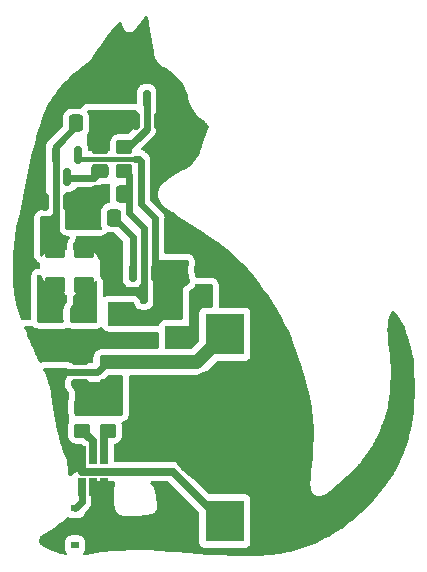
<source format=gbr>
%TF.GenerationSoftware,KiCad,Pcbnew,(6.99.0-224-g211820a689)*%
%TF.CreationDate,2022-01-08T16:43:25+01:00*%
%TF.ProjectId,tuxpin,74757870-696e-42e6-9b69-6361645f7063,rev?*%
%TF.SameCoordinates,Original*%
%TF.FileFunction,Copper,L1,Top*%
%TF.FilePolarity,Positive*%
%FSLAX46Y46*%
G04 Gerber Fmt 4.6, Leading zero omitted, Abs format (unit mm)*
G04 Created by KiCad (PCBNEW (6.99.0-224-g211820a689)) date 2022-01-08 16:43:25*
%MOMM*%
%LPD*%
G01*
G04 APERTURE LIST*
G04 Aperture macros list*
%AMRoundRect*
0 Rectangle with rounded corners*
0 $1 Rounding radius*
0 $2 $3 $4 $5 $6 $7 $8 $9 X,Y pos of 4 corners*
0 Add a 4 corners polygon primitive as box body*
4,1,4,$2,$3,$4,$5,$6,$7,$8,$9,$2,$3,0*
0 Add four circle primitives for the rounded corners*
1,1,$1+$1,$2,$3*
1,1,$1+$1,$4,$5*
1,1,$1+$1,$6,$7*
1,1,$1+$1,$8,$9*
0 Add four rect primitives between the rounded corners*
20,1,$1+$1,$2,$3,$4,$5,0*
20,1,$1+$1,$4,$5,$6,$7,0*
20,1,$1+$1,$6,$7,$8,$9,0*
20,1,$1+$1,$8,$9,$2,$3,0*%
G04 Aperture macros list end*
%TA.AperFunction,SMDPad,CuDef*%
%ADD10RoundRect,0.150000X0.587500X0.150000X-0.587500X0.150000X-0.587500X-0.150000X0.587500X-0.150000X0*%
%TD*%
%TA.AperFunction,SMDPad,CuDef*%
%ADD11R,0.650000X0.600000*%
%TD*%
%TA.AperFunction,SMDPad,CuDef*%
%ADD12RoundRect,0.250000X0.450000X-0.350000X0.450000X0.350000X-0.450000X0.350000X-0.450000X-0.350000X0*%
%TD*%
%TA.AperFunction,SMDPad,CuDef*%
%ADD13RoundRect,0.150000X-0.150000X0.587500X-0.150000X-0.587500X0.150000X-0.587500X0.150000X0.587500X0*%
%TD*%
%TA.AperFunction,SMDPad,CuDef*%
%ADD14R,0.650000X1.560000*%
%TD*%
%TA.AperFunction,SMDPad,CuDef*%
%ADD15C,10.200000*%
%TD*%
%TA.AperFunction,SMDPad,CuDef*%
%ADD16R,3.300000X3.500000*%
%TD*%
%TA.AperFunction,SMDPad,CuDef*%
%ADD17RoundRect,0.250000X-0.475000X0.337500X-0.475000X-0.337500X0.475000X-0.337500X0.475000X0.337500X0*%
%TD*%
%TA.AperFunction,SMDPad,CuDef*%
%ADD18RoundRect,0.250001X-0.624999X0.462499X-0.624999X-0.462499X0.624999X-0.462499X0.624999X0.462499X0*%
%TD*%
%TA.AperFunction,SMDPad,CuDef*%
%ADD19RoundRect,0.250000X-0.337500X-0.475000X0.337500X-0.475000X0.337500X0.475000X-0.337500X0.475000X0*%
%TD*%
%TA.AperFunction,SMDPad,CuDef*%
%ADD20RoundRect,0.150000X0.150000X-0.587500X0.150000X0.587500X-0.150000X0.587500X-0.150000X-0.587500X0*%
%TD*%
%TA.AperFunction,ViaPad*%
%ADD21C,1.000000*%
%TD*%
%TA.AperFunction,Conductor*%
%ADD22C,0.400000*%
%TD*%
%TA.AperFunction,Conductor*%
%ADD23C,0.600000*%
%TD*%
%TA.AperFunction,Conductor*%
%ADD24C,0.650000*%
%TD*%
%TA.AperFunction,Conductor*%
%ADD25C,1.200000*%
%TD*%
G04 APERTURE END LIST*
D10*
%TO.P,Q2,1,B*%
%TO.N,Net-(Q2-B)*%
X165275500Y-101280000D03*
%TO.P,Q2,2,E*%
%TO.N,GND*%
X165275500Y-99380000D03*
%TO.P,Q2,3,C*%
%TO.N,Net-(Q2-C)*%
X163400500Y-100330000D03*
%TD*%
D11*
%TO.P,U1,1*%
%TO.N,GND*%
X157204000Y-119608000D03*
%TO.P,U1,2*%
X157204000Y-122708000D03*
%TO.P,U1,3*%
%TO.N,Net-(U2-IN)*%
X154454000Y-119608000D03*
%TO.P,U1,4*%
%TO.N,unconnected-(U1-Pad4)*%
X154454000Y-122708000D03*
%TD*%
D12*
%TO.P,R2,1*%
%TO.N,VCC*%
X158369000Y-105521000D03*
%TO.P,R2,2*%
%TO.N,Net-(Q2-C)*%
X158369000Y-103521000D03*
%TD*%
D13*
%TO.P,Q3,3,C*%
%TO.N,Net-(Q3-C)*%
X153797000Y-91537000D03*
%TO.P,Q3,2,E*%
%TO.N,Net-(D2-K)*%
X152847000Y-89662000D03*
%TO.P,Q3,1,B*%
%TO.N,Net-(Q2-C)*%
X154747000Y-89662000D03*
%TD*%
D14*
%TO.P,U2,1,IN*%
%TO.N,Net-(U2-IN)*%
X155006000Y-117809000D03*
%TO.P,U2,2,GND*%
%TO.N,GND*%
X155956000Y-117809000D03*
%TO.P,U2,3,CLEAR*%
X156906000Y-117809000D03*
%TO.P,U2,4,~{OUT}*%
%TO.N,Net-(U2-~{OUT})*%
X156906000Y-115109000D03*
%TO.P,U2,5,OUT*%
%TO.N,Net-(U2-OUT)*%
X155956000Y-115109000D03*
%TO.P,U2,6,VCC*%
%TO.N,+3V0*%
X155006000Y-115109000D03*
%TD*%
D15*
%TO.P,BT1,2,-*%
%TO.N,GND*%
X167132000Y-112776000D03*
D16*
%TO.P,BT1,1,+*%
%TO.N,+3V0*%
X167132000Y-104876000D03*
X167132000Y-120676000D03*
%TD*%
D12*
%TO.P,R3,1*%
%TO.N,Net-(U2-~{OUT})*%
X157226000Y-113014000D03*
%TO.P,R3,2*%
%TO.N,Net-(Q6-B)*%
X157226000Y-111014000D03*
%TD*%
D17*
%TO.P,C4,1*%
%TO.N,Net-(Q1-B)*%
X156591000Y-89005500D03*
%TO.P,C4,2*%
%TO.N,Net-(Q3-C)*%
X156591000Y-91080500D03*
%TD*%
D10*
%TO.P,Q6,1,B*%
%TO.N,Net-(Q6-B)*%
X154861500Y-109027000D03*
%TO.P,Q6,2,E*%
%TO.N,VCC*%
X154861500Y-107127000D03*
%TO.P,Q6,3,C*%
%TO.N,+3V0*%
X152986500Y-108077000D03*
%TD*%
D18*
%TO.P,D2,2,A*%
%TO.N,Net-(D2-A)*%
X152781000Y-100674500D03*
%TO.P,D2,1,K*%
%TO.N,Net-(D2-K)*%
X152781000Y-97699500D03*
%TD*%
D13*
%TO.P,Q5,1,B*%
%TO.N,Net-(Q2-C)*%
X161224000Y-99646500D03*
%TO.P,Q5,2,E*%
%TO.N,Net-(Q5-E)*%
X159324000Y-99646500D03*
%TO.P,Q5,3,C*%
%TO.N,Net-(D1-K)*%
X160274000Y-101521500D03*
%TD*%
D19*
%TO.P,C1,1*%
%TO.N,Net-(D2-K)*%
X154537500Y-86995000D03*
%TO.P,C1,2*%
%TO.N,Net-(Q1-B)*%
X156612500Y-86995000D03*
%TD*%
%TO.P,C3,1*%
%TO.N,Net-(Q4-B)*%
X156442500Y-92964000D03*
%TO.P,C3,2*%
%TO.N,Net-(D1-K)*%
X158517500Y-92964000D03*
%TD*%
D13*
%TO.P,Q4,3,C*%
%TO.N,Net-(D2-K)*%
X152831800Y-95504000D03*
%TO.P,Q4,2,E*%
%TO.N,GND*%
X151881800Y-93629000D03*
%TO.P,Q4,1,B*%
%TO.N,Net-(Q4-B)*%
X153781800Y-93629000D03*
%TD*%
D12*
%TO.P,R6,1*%
%TO.N,Net-(Q6-B)*%
X157226000Y-109204000D03*
%TO.P,R6,2*%
%TO.N,+3V0*%
X157226000Y-107204000D03*
%TD*%
%TO.P,R5,1*%
%TO.N,Net-(U2-OUT)*%
X155067000Y-113014000D03*
%TO.P,R5,2*%
%TO.N,Net-(Q6-B)*%
X155067000Y-111014000D03*
%TD*%
D18*
%TO.P,D1,2,A*%
%TO.N,Net-(D1-A)*%
X155194000Y-100674500D03*
%TO.P,D1,1,K*%
%TO.N,Net-(D1-K)*%
X155194000Y-97699500D03*
%TD*%
D12*
%TO.P,R4,2*%
%TO.N,Net-(D2-A)*%
X152400000Y-103140000D03*
%TO.P,R4,1*%
%TO.N,VCC*%
X152400000Y-105140000D03*
%TD*%
D20*
%TO.P,Q1,1,B*%
%TO.N,Net-(Q1-B)*%
X159578000Y-86789500D03*
%TO.P,Q1,2,E*%
%TO.N,GND*%
X161478000Y-86789500D03*
%TO.P,Q1,3,C*%
%TO.N,Net-(Q1-C)*%
X160528000Y-84914500D03*
%TD*%
D12*
%TO.P,R7,1*%
%TO.N,Net-(D1-K)*%
X158623000Y-91043000D03*
%TO.P,R7,2*%
%TO.N,Net-(Q1-C)*%
X158623000Y-89043000D03*
%TD*%
%TO.P,R1,2*%
%TO.N,Net-(D1-A)*%
X154686000Y-103140000D03*
%TO.P,R1,1*%
%TO.N,VCC*%
X154686000Y-105140000D03*
%TD*%
D19*
%TO.P,C2,1*%
%TO.N,Net-(Q4-B)*%
X155659000Y-94996000D03*
%TO.P,C2,2*%
%TO.N,Net-(Q5-E)*%
X157734000Y-94996000D03*
%TD*%
D21*
%TO.N,GND*%
X155829000Y-121158000D03*
%TO.N,VCC*%
X160020000Y-105156000D03*
%TO.N,Net-(Q2-B)*%
X163576000Y-105156000D03*
%TD*%
D22*
%TO.N,Net-(Q2-C)*%
X155049020Y-90042520D02*
X159511520Y-90042520D01*
X159511520Y-90042520D02*
X159512000Y-90043000D01*
D23*
X161224000Y-99646500D02*
X161224000Y-95057000D01*
X161224000Y-95057000D02*
X160020000Y-93853000D01*
X160020000Y-93853000D02*
X160020000Y-90170000D01*
X160020000Y-90170000D02*
X159893000Y-90043000D01*
X159893000Y-90043000D02*
X159512000Y-90043000D01*
%TO.N,Net-(D1-K)*%
X158986020Y-94597020D02*
X158986020Y-91406020D01*
X158986020Y-91406020D02*
X158623000Y-91043000D01*
X160274000Y-101521500D02*
X160274000Y-95885000D01*
X160274000Y-95885000D02*
X158986020Y-94597020D01*
%TO.N,Net-(Q5-E)*%
X159324000Y-99646500D02*
X159324000Y-96586000D01*
X159324000Y-96586000D02*
X157734000Y-94996000D01*
%TO.N,Net-(Q1-C)*%
X160528000Y-84914500D02*
X160528000Y-87495559D01*
X160528000Y-87495559D02*
X158980559Y-89043000D01*
X158980559Y-89043000D02*
X158623000Y-89043000D01*
%TO.N,Net-(D2-K)*%
X154537500Y-87270500D02*
X153479500Y-88328500D01*
X152831800Y-95504000D02*
X152831800Y-88976200D01*
X153479500Y-88328500D02*
X152847000Y-88961000D01*
X152831800Y-88976200D02*
X153479500Y-88328500D01*
X154537500Y-86995000D02*
X154537500Y-87270500D01*
X152847000Y-88961000D02*
X152847000Y-89662000D01*
D24*
%TO.N,+3V0*%
X163322000Y-117094000D02*
X164084000Y-117856000D01*
X162717000Y-116489000D02*
X163322000Y-117094000D01*
X163322000Y-117094000D02*
X166904000Y-120676000D01*
X166904000Y-120676000D02*
X167132000Y-120676000D01*
D23*
X164084000Y-117856000D02*
X166904000Y-120676000D01*
D24*
X155006000Y-116489000D02*
X162717000Y-116489000D01*
X155006000Y-115109000D02*
X155006000Y-116489000D01*
D23*
%TO.N,Net-(Q3-C)*%
X153797000Y-91615500D02*
X156056000Y-91615500D01*
X156056000Y-91615500D02*
X156591000Y-91080500D01*
%TO.N,+3V0*%
X152986500Y-108077000D02*
X156353000Y-108077000D01*
X156353000Y-108077000D02*
X157226000Y-107204000D01*
D25*
X157226000Y-107204000D02*
X164804000Y-107204000D01*
X164804000Y-107204000D02*
X167132000Y-104876000D01*
D23*
%TO.N,Net-(U2-IN)*%
X155006000Y-119056000D02*
X155006000Y-117809000D01*
X154454000Y-119608000D02*
X155006000Y-119056000D01*
D24*
%TO.N,Net-(U2-~{OUT})*%
X156906000Y-115109000D02*
X156906000Y-113334000D01*
X156906000Y-113334000D02*
X157226000Y-113014000D01*
%TO.N,Net-(U2-OUT)*%
X155956000Y-115109000D02*
X155956000Y-113903000D01*
X155956000Y-113903000D02*
X155067000Y-113014000D01*
D22*
%TO.N,Net-(Q1-B)*%
X156612500Y-88984000D02*
X156591000Y-89005500D01*
%TO.N,Net-(D1-K)*%
X160258000Y-101505500D02*
X160274000Y-101521500D01*
%TO.N,Net-(Q1-C)*%
X158623000Y-89043000D02*
X159115000Y-89043000D01*
X160528000Y-87630000D02*
X160528000Y-84914500D01*
X159115000Y-89043000D02*
X160528000Y-87630000D01*
%TO.N,Net-(Q2-C)*%
X163400500Y-100330000D02*
X163322000Y-100251500D01*
%TD*%
%TA.AperFunction,Conductor*%
%TO.N,GND*%
G36*
X160523267Y-77908960D02*
G01*
X160582023Y-77948812D01*
X160608926Y-78007388D01*
X160792399Y-79064293D01*
X161116689Y-80932385D01*
X161157839Y-81169434D01*
X161158595Y-81175999D01*
X161158101Y-81181793D01*
X161159881Y-81190596D01*
X161171075Y-81245964D01*
X161171715Y-81249372D01*
X161176209Y-81275256D01*
X161177592Y-81279514D01*
X161178377Y-81282680D01*
X161179141Y-81286077D01*
X161179295Y-81286620D01*
X161180258Y-81291382D01*
X161181942Y-81295940D01*
X161181945Y-81295950D01*
X161189242Y-81315698D01*
X161190886Y-81320434D01*
X161209785Y-81378604D01*
X161211118Y-81380559D01*
X161211850Y-81384803D01*
X161213532Y-81384097D01*
X161220730Y-81401252D01*
X161222723Y-81406305D01*
X161230624Y-81427688D01*
X161232756Y-81431626D01*
X161234608Y-81435717D01*
X161234473Y-81435778D01*
X161240778Y-81451002D01*
X161240915Y-81450949D01*
X161242662Y-81455503D01*
X161244048Y-81460163D01*
X161246133Y-81464552D01*
X161246135Y-81464556D01*
X161254730Y-81482643D01*
X161257115Y-81487979D01*
X161263803Y-81503923D01*
X161263811Y-81503939D01*
X161265542Y-81508065D01*
X161267843Y-81511907D01*
X161267848Y-81511918D01*
X161267937Y-81512066D01*
X161268113Y-81512442D01*
X161269869Y-81515912D01*
X161269767Y-81515964D01*
X161276623Y-81530571D01*
X161276727Y-81530525D01*
X161278695Y-81534986D01*
X161280309Y-81539576D01*
X161291682Y-81560763D01*
X161294451Y-81566242D01*
X161303439Y-81585158D01*
X161305916Y-81588891D01*
X161305918Y-81588895D01*
X161306119Y-81589198D01*
X161306567Y-81590044D01*
X161308125Y-81592798D01*
X161308051Y-81592840D01*
X161315454Y-81606800D01*
X161315536Y-81606759D01*
X161317507Y-81610671D01*
X161317687Y-81611010D01*
X161319576Y-81615612D01*
X161322097Y-81619780D01*
X161322098Y-81619782D01*
X161331634Y-81635548D01*
X161334839Y-81641167D01*
X161344390Y-81658961D01*
X161347052Y-81662575D01*
X161347293Y-81662902D01*
X161347885Y-81663893D01*
X161349443Y-81666357D01*
X161349381Y-81666396D01*
X161357239Y-81679542D01*
X161357314Y-81679499D01*
X161359596Y-81683487D01*
X161359710Y-81683677D01*
X161361818Y-81688126D01*
X161364558Y-81692157D01*
X161374616Y-81706955D01*
X161378222Y-81712575D01*
X161388402Y-81729406D01*
X161391241Y-81732873D01*
X161391247Y-81732881D01*
X161391399Y-81733066D01*
X161391798Y-81733660D01*
X161393831Y-81736538D01*
X161393763Y-81736586D01*
X161401831Y-81748604D01*
X161401926Y-81748542D01*
X161404571Y-81752637D01*
X161406888Y-81756914D01*
X161416528Y-81769573D01*
X161420505Y-81774795D01*
X161424466Y-81780298D01*
X161432862Y-81792649D01*
X161435384Y-81796359D01*
X161438404Y-81799671D01*
X161441179Y-81803188D01*
X161441074Y-81803271D01*
X161448983Y-81813788D01*
X161449126Y-81813684D01*
X161451988Y-81817631D01*
X161454531Y-81821776D01*
X161457679Y-81825478D01*
X161457682Y-81825482D01*
X161469109Y-81838919D01*
X161473364Y-81844205D01*
X161480183Y-81853159D01*
X161485117Y-81859638D01*
X161488307Y-81862779D01*
X161491277Y-81866152D01*
X161491110Y-81866299D01*
X161498342Y-81874919D01*
X161498562Y-81874741D01*
X161501618Y-81878518D01*
X161504383Y-81882533D01*
X161507731Y-81886073D01*
X161520067Y-81899116D01*
X161524503Y-81904062D01*
X161537281Y-81919088D01*
X161540640Y-81922057D01*
X161543778Y-81925256D01*
X161543516Y-81925513D01*
X161549439Y-81931865D01*
X161549768Y-81931570D01*
X161553023Y-81935198D01*
X161555982Y-81939059D01*
X161559501Y-81942420D01*
X161559504Y-81942423D01*
X161572930Y-81955245D01*
X161577448Y-81959784D01*
X161591450Y-81974588D01*
X161594967Y-81977380D01*
X161598265Y-81980404D01*
X161598133Y-81980548D01*
X161603098Y-81985006D01*
X161605684Y-81987625D01*
X161608825Y-81991340D01*
X161612503Y-81994530D01*
X161612504Y-81994531D01*
X161627239Y-82007311D01*
X161631696Y-82011367D01*
X161647106Y-82026085D01*
X161650748Y-82028686D01*
X161653377Y-82030861D01*
X161658708Y-82035530D01*
X161659110Y-82035902D01*
X161662417Y-82039481D01*
X161666232Y-82042505D01*
X161666236Y-82042509D01*
X161682449Y-82055361D01*
X161686735Y-82058916D01*
X161703709Y-82073639D01*
X161707469Y-82076061D01*
X161708164Y-82076582D01*
X161713297Y-82080695D01*
X161716290Y-82083685D01*
X161738069Y-82099581D01*
X161742040Y-82102603D01*
X161757238Y-82114650D01*
X161757242Y-82114653D01*
X161760748Y-82117432D01*
X161764020Y-82119340D01*
X161767665Y-82122031D01*
X161770034Y-82124238D01*
X161774070Y-82126973D01*
X161793634Y-82140231D01*
X161797230Y-82142760D01*
X161817748Y-82157735D01*
X161820151Y-82159011D01*
X161824682Y-82162078D01*
X161824715Y-82162102D01*
X161828409Y-82165264D01*
X161832550Y-82167822D01*
X161832555Y-82167826D01*
X161850715Y-82179046D01*
X161855173Y-82181931D01*
X161870589Y-82192378D01*
X161870594Y-82192381D01*
X161874307Y-82194897D01*
X161878388Y-82196885D01*
X161889440Y-82202970D01*
X161919486Y-82221534D01*
X161930489Y-82229169D01*
X161934949Y-82232630D01*
X161939197Y-82234981D01*
X161939208Y-82234988D01*
X161956258Y-82244422D01*
X161961435Y-82247451D01*
X161979566Y-82258652D01*
X161983668Y-82260440D01*
X161983669Y-82260441D01*
X161985477Y-82261229D01*
X161996125Y-82266482D01*
X162303490Y-82436566D01*
X162355205Y-82465183D01*
X162359163Y-82467468D01*
X162452768Y-82523832D01*
X162455758Y-82525690D01*
X162499877Y-82553978D01*
X162502059Y-82555412D01*
X162521827Y-82568698D01*
X162548845Y-82586858D01*
X162551262Y-82588524D01*
X162598543Y-82621929D01*
X162601052Y-82623748D01*
X162649199Y-82659573D01*
X162651682Y-82661471D01*
X162675768Y-82680372D01*
X162700766Y-82699989D01*
X162703348Y-82702071D01*
X162738758Y-82731397D01*
X162746924Y-82738785D01*
X162944270Y-82933673D01*
X162945211Y-82934613D01*
X163127233Y-83118620D01*
X163128873Y-83120310D01*
X163170868Y-83164441D01*
X163279454Y-83278550D01*
X163281962Y-83281264D01*
X163332062Y-83337103D01*
X163374290Y-83384168D01*
X163403879Y-83417147D01*
X163407272Y-83421089D01*
X163503846Y-83538103D01*
X163508021Y-83543449D01*
X163586849Y-83650179D01*
X163590291Y-83655079D01*
X163619268Y-83698486D01*
X163621584Y-83702086D01*
X163650165Y-83748220D01*
X163652406Y-83751982D01*
X163678734Y-83797977D01*
X163680812Y-83801759D01*
X163703314Y-83844422D01*
X163706053Y-83849937D01*
X163756037Y-83957085D01*
X163758826Y-83963525D01*
X163806649Y-84083006D01*
X163808461Y-84087821D01*
X163859069Y-84231065D01*
X163860121Y-84234168D01*
X163915370Y-84404524D01*
X163915580Y-84405173D01*
X163916114Y-84406863D01*
X163982403Y-84621899D01*
X164040300Y-84809715D01*
X164040417Y-84810150D01*
X164040494Y-84810672D01*
X164040945Y-84812122D01*
X164051960Y-84847537D01*
X164052054Y-84847842D01*
X164060164Y-84874150D01*
X164062615Y-84882102D01*
X164062845Y-84882589D01*
X164062998Y-84883025D01*
X164124932Y-85082159D01*
X164125379Y-85083792D01*
X164125651Y-85085527D01*
X164127046Y-85089883D01*
X164136910Y-85120686D01*
X164137218Y-85121661D01*
X164147274Y-85153993D01*
X164148026Y-85155576D01*
X164148600Y-85157191D01*
X164214224Y-85362116D01*
X164231536Y-85416177D01*
X164233330Y-85422308D01*
X164239428Y-85445306D01*
X164241385Y-85449763D01*
X164242105Y-85451404D01*
X164245518Y-85460422D01*
X164246447Y-85462741D01*
X164247814Y-85467010D01*
X164249770Y-85471037D01*
X164249774Y-85471047D01*
X164257378Y-85486703D01*
X164261221Y-85496509D01*
X164261565Y-85496376D01*
X164263328Y-85500914D01*
X164264735Y-85505574D01*
X164266842Y-85509961D01*
X164277189Y-85531504D01*
X164278982Y-85535407D01*
X164289301Y-85558913D01*
X164291522Y-85562489D01*
X164294485Y-85568757D01*
X164295399Y-85571504D01*
X164309505Y-85598897D01*
X164311027Y-85601956D01*
X164323027Y-85626942D01*
X164325518Y-85630663D01*
X164325590Y-85630789D01*
X164330270Y-85639974D01*
X164331571Y-85643579D01*
X164346715Y-85671245D01*
X164348197Y-85674036D01*
X164361249Y-85699383D01*
X164363853Y-85703048D01*
X164365037Y-85704993D01*
X164367892Y-85709935D01*
X164368228Y-85710549D01*
X164371252Y-85716433D01*
X164371430Y-85716803D01*
X164373200Y-85721352D01*
X164389141Y-85748836D01*
X164390631Y-85751480D01*
X164404390Y-85776616D01*
X164407078Y-85780202D01*
X164408093Y-85781780D01*
X164411134Y-85786754D01*
X164414718Y-85792932D01*
X164417833Y-85798637D01*
X164418288Y-85799525D01*
X164420171Y-85804019D01*
X164425968Y-85813449D01*
X164436636Y-85830804D01*
X164438286Y-85833568D01*
X164450282Y-85854250D01*
X164450287Y-85854258D01*
X164452535Y-85858133D01*
X164455312Y-85861653D01*
X164456724Y-85863732D01*
X164459845Y-85868559D01*
X164466051Y-85878656D01*
X164469200Y-85884077D01*
X164470349Y-85886174D01*
X164472354Y-85890614D01*
X164489275Y-85916523D01*
X164491069Y-85919354D01*
X164505655Y-85943082D01*
X164508522Y-85946532D01*
X164510843Y-85949767D01*
X164513956Y-85954314D01*
X164522054Y-85966714D01*
X164525180Y-85971756D01*
X164527527Y-85975750D01*
X164529665Y-85980127D01*
X164532446Y-85984118D01*
X164532453Y-85984129D01*
X164546842Y-86004774D01*
X164548965Y-86007920D01*
X164561226Y-86026694D01*
X164561231Y-86026700D01*
X164563679Y-86030449D01*
X164566633Y-86033812D01*
X164569348Y-86037386D01*
X164569232Y-86037474D01*
X164572841Y-86042077D01*
X164576764Y-86047705D01*
X164583656Y-86057594D01*
X164587086Y-86063211D01*
X164587207Y-86063134D01*
X164589817Y-86067247D01*
X164592098Y-86071543D01*
X164595013Y-86075437D01*
X164609365Y-86094609D01*
X164611865Y-86098070D01*
X164622611Y-86113487D01*
X164626576Y-86119176D01*
X164629627Y-86122446D01*
X164632450Y-86125938D01*
X164632402Y-86125977D01*
X164636633Y-86131034D01*
X164650356Y-86149365D01*
X164654533Y-86155672D01*
X164654555Y-86155657D01*
X164657319Y-86159660D01*
X164659771Y-86163871D01*
X164666717Y-86172432D01*
X164676921Y-86185009D01*
X164679922Y-86188859D01*
X164694390Y-86208185D01*
X164697561Y-86211359D01*
X164699179Y-86213228D01*
X164705591Y-86220347D01*
X164722310Y-86240953D01*
X164730357Y-86252056D01*
X164732997Y-86256150D01*
X164736231Y-86259784D01*
X164736233Y-86259787D01*
X164749703Y-86274924D01*
X164753419Y-86279296D01*
X164767298Y-86296403D01*
X164771453Y-86300250D01*
X164779974Y-86308941D01*
X164799999Y-86331445D01*
X164807909Y-86341287D01*
X164808548Y-86342168D01*
X164812395Y-86347479D01*
X164816063Y-86351176D01*
X164828160Y-86363371D01*
X164832835Y-86368346D01*
X164837443Y-86373524D01*
X164845661Y-86382759D01*
X164849083Y-86385649D01*
X164849090Y-86385656D01*
X164852114Y-86388210D01*
X164860261Y-86395730D01*
X164884284Y-86419946D01*
X164891812Y-86428241D01*
X164895918Y-86433192D01*
X164895922Y-86433196D01*
X164899025Y-86436937D01*
X164902670Y-86440159D01*
X164913102Y-86449380D01*
X164919101Y-86455043D01*
X164930165Y-86466196D01*
X164933739Y-86468897D01*
X164939824Y-86473496D01*
X164947302Y-86479611D01*
X164971438Y-86500945D01*
X164980108Y-86509385D01*
X164986237Y-86515953D01*
X164990061Y-86518955D01*
X164990068Y-86518961D01*
X165002813Y-86528965D01*
X165008461Y-86533672D01*
X165018555Y-86542594D01*
X165018559Y-86542597D01*
X165021921Y-86545569D01*
X165025669Y-86548033D01*
X165029229Y-86550755D01*
X165029148Y-86550861D01*
X165033879Y-86554382D01*
X165036803Y-86557248D01*
X165040752Y-86560072D01*
X165040766Y-86560084D01*
X165057479Y-86572036D01*
X165061980Y-86575409D01*
X165079533Y-86589187D01*
X165082472Y-86590882D01*
X165085650Y-86593158D01*
X165086763Y-86594001D01*
X165090409Y-86597234D01*
X165104792Y-86606473D01*
X165110398Y-86610074D01*
X165115593Y-86613597D01*
X165128774Y-86623024D01*
X165128783Y-86623030D01*
X165132415Y-86625627D01*
X165135696Y-86627329D01*
X165139523Y-86629996D01*
X165139629Y-86629839D01*
X165143679Y-86632565D01*
X165147489Y-86635582D01*
X165151718Y-86637977D01*
X165151726Y-86637982D01*
X165166547Y-86646374D01*
X165172556Y-86650001D01*
X165188378Y-86660164D01*
X165192457Y-86662029D01*
X165195595Y-86663742D01*
X165200312Y-86666657D01*
X165200339Y-86666611D01*
X165204545Y-86669076D01*
X165208536Y-86671849D01*
X165212910Y-86673977D01*
X165212911Y-86673978D01*
X165226351Y-86680518D01*
X165233295Y-86684169D01*
X165247827Y-86692397D01*
X165252002Y-86694031D01*
X165256048Y-86695956D01*
X165255985Y-86696089D01*
X165269497Y-86702704D01*
X165274068Y-86705429D01*
X165278580Y-86707247D01*
X165278583Y-86707249D01*
X165285134Y-86709889D01*
X165290267Y-86711958D01*
X165298277Y-86715515D01*
X165311209Y-86721808D01*
X165311212Y-86721809D01*
X165311092Y-86722055D01*
X165337152Y-86736926D01*
X165344711Y-86742735D01*
X165349799Y-86746859D01*
X165385513Y-86777384D01*
X165389479Y-86780921D01*
X165433816Y-86822175D01*
X165437239Y-86825484D01*
X165486433Y-86874854D01*
X165489611Y-86878161D01*
X165540869Y-86933491D01*
X165543960Y-86936954D01*
X165594880Y-86996195D01*
X165598073Y-87000064D01*
X165646478Y-87061139D01*
X165649842Y-87065581D01*
X165693688Y-87126236D01*
X165697280Y-87131479D01*
X165724003Y-87172710D01*
X165737427Y-87193422D01*
X165740322Y-87198112D01*
X165753818Y-87221077D01*
X165755859Y-87224684D01*
X165763720Y-87239128D01*
X165778715Y-87308523D01*
X165768125Y-87350677D01*
X165761897Y-87364643D01*
X165758481Y-87371242D01*
X165758520Y-87371261D01*
X165756366Y-87375625D01*
X165753881Y-87379811D01*
X165752071Y-87384327D01*
X165743666Y-87405292D01*
X165741787Y-87409731D01*
X165733698Y-87427867D01*
X165733695Y-87427876D01*
X165731871Y-87431965D01*
X165730645Y-87436273D01*
X165729547Y-87439295D01*
X165726732Y-87447531D01*
X165656684Y-87622264D01*
X165653951Y-87628037D01*
X165654103Y-87628106D01*
X165652095Y-87632536D01*
X165649751Y-87636798D01*
X165648093Y-87641364D01*
X165648090Y-87641370D01*
X165639796Y-87664207D01*
X165638318Y-87668077D01*
X165628632Y-87692239D01*
X165627568Y-87696606D01*
X165626204Y-87700862D01*
X165626123Y-87700836D01*
X165624273Y-87706951D01*
X165564398Y-87871817D01*
X165562050Y-87877801D01*
X165561472Y-87879170D01*
X165559240Y-87883493D01*
X165557700Y-87888107D01*
X165557697Y-87888114D01*
X165549337Y-87913162D01*
X165548249Y-87916284D01*
X165540169Y-87938529D01*
X165540165Y-87938543D01*
X165538636Y-87942753D01*
X165537719Y-87947142D01*
X165536895Y-87950036D01*
X165535225Y-87955438D01*
X165526545Y-87981444D01*
X165482960Y-88112015D01*
X165481073Y-88117183D01*
X165479178Y-88121053D01*
X165477737Y-88125697D01*
X165477734Y-88125704D01*
X165469451Y-88152395D01*
X165468646Y-88154895D01*
X165459207Y-88183175D01*
X165458439Y-88187397D01*
X165456878Y-88192912D01*
X165244948Y-88875814D01*
X165206782Y-88998795D01*
X165205547Y-89002564D01*
X165143641Y-89181894D01*
X165142106Y-89186097D01*
X165076295Y-89356832D01*
X165074052Y-89362270D01*
X165003151Y-89523366D01*
X165000084Y-89529831D01*
X164921963Y-89683092D01*
X164918005Y-89690269D01*
X164830260Y-89837831D01*
X164825426Y-89845341D01*
X164725122Y-89989664D01*
X164719530Y-89997108D01*
X164603245Y-90140533D01*
X164597125Y-90147536D01*
X164462030Y-90291000D01*
X164460703Y-90292409D01*
X164454614Y-90298449D01*
X164441378Y-90310714D01*
X164438364Y-90314526D01*
X164433816Y-90320278D01*
X164426726Y-90328490D01*
X164420482Y-90335122D01*
X164417905Y-90338785D01*
X164417904Y-90338786D01*
X164409599Y-90350591D01*
X164405389Y-90356232D01*
X164351369Y-90424557D01*
X164344461Y-90433294D01*
X164338116Y-90440710D01*
X164271308Y-90512931D01*
X164265365Y-90518938D01*
X164186896Y-90593107D01*
X164181496Y-90597925D01*
X164096906Y-90669144D01*
X164090044Y-90674527D01*
X163874284Y-90832025D01*
X163867253Y-90836803D01*
X163629135Y-90987114D01*
X163623410Y-90990519D01*
X162560414Y-91585409D01*
X162549850Y-91590687D01*
X162540955Y-91594621D01*
X162536855Y-91597254D01*
X162523823Y-91605622D01*
X162517276Y-91609551D01*
X162502229Y-91617972D01*
X162493859Y-91624367D01*
X162485457Y-91630260D01*
X162288485Y-91756748D01*
X162280949Y-91761225D01*
X162269820Y-91767323D01*
X162265542Y-91769667D01*
X162261681Y-91772637D01*
X162261675Y-91772641D01*
X162255499Y-91777392D01*
X162246766Y-91783538D01*
X162242509Y-91786272D01*
X162242505Y-91786275D01*
X162238724Y-91788703D01*
X162235325Y-91791643D01*
X162224792Y-91800753D01*
X162219208Y-91805310D01*
X162043932Y-91940143D01*
X162037867Y-91944526D01*
X162020640Y-91956211D01*
X162013881Y-91962513D01*
X162013671Y-91962709D01*
X162004573Y-91970420D01*
X162003033Y-91971604D01*
X162003025Y-91971611D01*
X161999483Y-91974336D01*
X161996359Y-91977540D01*
X161984334Y-91989871D01*
X161980057Y-91994053D01*
X161920526Y-92049562D01*
X161913813Y-92055392D01*
X161900441Y-92066198D01*
X161897172Y-92069803D01*
X161897166Y-92069808D01*
X161891673Y-92075864D01*
X161884278Y-92083361D01*
X161880292Y-92087078D01*
X161880287Y-92087084D01*
X161877011Y-92090138D01*
X161874200Y-92093628D01*
X161874197Y-92093631D01*
X161865703Y-92104176D01*
X161860906Y-92109787D01*
X161808791Y-92167245D01*
X161804286Y-92171961D01*
X161787662Y-92188483D01*
X161783503Y-92194139D01*
X161776640Y-92202535D01*
X161775722Y-92203705D01*
X161772709Y-92207026D01*
X161770205Y-92210730D01*
X161770198Y-92210739D01*
X161759048Y-92227234D01*
X161756195Y-92231280D01*
X161706590Y-92298746D01*
X161704261Y-92301813D01*
X161685377Y-92325905D01*
X161683000Y-92330151D01*
X161682776Y-92330487D01*
X161680760Y-92333876D01*
X161678425Y-92337052D01*
X161676308Y-92341004D01*
X161676305Y-92341009D01*
X161663192Y-92365490D01*
X161662065Y-92367547D01*
X161618980Y-92444507D01*
X161618355Y-92445611D01*
X161600888Y-92476087D01*
X161600884Y-92476094D01*
X161598465Y-92480316D01*
X161596723Y-92484862D01*
X161596722Y-92484864D01*
X161591284Y-92499055D01*
X161591186Y-92499309D01*
X161573666Y-92544735D01*
X161573404Y-92545300D01*
X161572567Y-92546415D01*
X161545616Y-92618215D01*
X161545433Y-92618697D01*
X161535224Y-92645338D01*
X161534898Y-92646772D01*
X161533277Y-92651090D01*
X161532288Y-92655856D01*
X161526899Y-92681827D01*
X161526387Y-92684179D01*
X161517563Y-92722963D01*
X161515075Y-92722397D01*
X161514992Y-92723700D01*
X161516988Y-92724082D01*
X161515714Y-92730744D01*
X161514821Y-92735012D01*
X161511116Y-92751296D01*
X161511116Y-92751297D01*
X161509302Y-92750884D01*
X161508340Y-92753384D01*
X161511277Y-92753946D01*
X161503759Y-92793259D01*
X161503373Y-92795196D01*
X161497505Y-92823471D01*
X161497317Y-92826467D01*
X161496929Y-92828857D01*
X161496899Y-92829122D01*
X161495986Y-92833899D01*
X161495819Y-92838753D01*
X161495818Y-92838758D01*
X161494976Y-92863181D01*
X161494807Y-92866676D01*
X161490731Y-92931925D01*
X161491782Y-92936580D01*
X161491808Y-92937437D01*
X161491508Y-92951785D01*
X161490892Y-92981177D01*
X161490847Y-92982810D01*
X161489836Y-93012097D01*
X161490115Y-93014679D01*
X161490128Y-93016351D01*
X161490147Y-93016688D01*
X161490045Y-93021562D01*
X161490693Y-93026384D01*
X161490693Y-93026391D01*
X161494017Y-93051139D01*
X161494407Y-93054361D01*
X161501521Y-93120133D01*
X161503524Y-93124974D01*
X161504528Y-93130125D01*
X161513403Y-93195479D01*
X161514517Y-93203774D01*
X161514541Y-93203859D01*
X161514976Y-93207062D01*
X161522386Y-93231943D01*
X161524180Y-93237967D01*
X161524661Y-93239622D01*
X161544104Y-93308334D01*
X161545690Y-93310861D01*
X161546717Y-93313643D01*
X161557366Y-93349402D01*
X161557952Y-93351431D01*
X161567688Y-93386254D01*
X161569575Y-93390401D01*
X161569992Y-93391800D01*
X161571322Y-93394687D01*
X161571324Y-93394692D01*
X161588180Y-93431284D01*
X161588343Y-93431638D01*
X161632116Y-93527818D01*
X161633967Y-93532095D01*
X161642925Y-93553881D01*
X161644780Y-93558392D01*
X161647305Y-93562560D01*
X161647562Y-93563070D01*
X161649524Y-93566487D01*
X161650688Y-93568628D01*
X161652545Y-93572708D01*
X161654959Y-93576480D01*
X161654963Y-93576487D01*
X161668550Y-93597714D01*
X161670202Y-93600366D01*
X161730159Y-93699363D01*
X161733647Y-93705505D01*
X161743965Y-93724924D01*
X161746879Y-93728815D01*
X161746880Y-93728816D01*
X161749000Y-93731646D01*
X161755924Y-93741905D01*
X161758663Y-93746427D01*
X161761499Y-93749885D01*
X161761509Y-93749900D01*
X161773185Y-93764139D01*
X161776598Y-93768493D01*
X161821311Y-93828188D01*
X161827223Y-93838274D01*
X161827733Y-93837954D01*
X161832500Y-93845558D01*
X161836142Y-93853765D01*
X161841939Y-93860617D01*
X161841940Y-93860618D01*
X161871427Y-93895469D01*
X161876084Y-93901317D01*
X161883571Y-93911313D01*
X161883575Y-93911318D01*
X161886256Y-93914897D01*
X161889418Y-93918061D01*
X161889419Y-93918062D01*
X161893050Y-93921695D01*
X161900117Y-93929378D01*
X161905219Y-93935409D01*
X161905226Y-93935416D01*
X161908359Y-93939119D01*
X161912029Y-93942300D01*
X161912037Y-93942308D01*
X161920690Y-93949808D01*
X161927284Y-93955949D01*
X161963072Y-93991757D01*
X161970945Y-93996071D01*
X161978126Y-94001456D01*
X161978077Y-94001521D01*
X161989610Y-94009542D01*
X162109967Y-94113858D01*
X162116859Y-94120298D01*
X162128022Y-94131542D01*
X162131936Y-94134423D01*
X162139573Y-94140045D01*
X162147395Y-94146298D01*
X162155894Y-94153664D01*
X162169934Y-94162701D01*
X162176424Y-94167172D01*
X162405549Y-94335835D01*
X162415865Y-94344306D01*
X162420140Y-94348214D01*
X162424199Y-94350909D01*
X162440315Y-94361610D01*
X162445310Y-94365104D01*
X162458728Y-94374981D01*
X162458734Y-94374985D01*
X162462337Y-94377637D01*
X162468128Y-94380743D01*
X162478263Y-94386807D01*
X162715276Y-94544181D01*
X163176782Y-94850616D01*
X163179045Y-94852226D01*
X163181011Y-94853978D01*
X163210944Y-94873308D01*
X163212006Y-94874004D01*
X163239237Y-94892085D01*
X163241619Y-94893218D01*
X163244064Y-94894698D01*
X165282523Y-96211140D01*
X165284779Y-96212632D01*
X165852680Y-96597253D01*
X165854469Y-96598488D01*
X166426472Y-97000959D01*
X166428735Y-97002589D01*
X166541509Y-97085831D01*
X166992563Y-97418768D01*
X166995406Y-97420930D01*
X167540890Y-97847976D01*
X167544329Y-97850767D01*
X168061141Y-98285508D01*
X168065270Y-98289138D01*
X168543117Y-98728088D01*
X168548047Y-98732871D01*
X168602433Y-98788592D01*
X168980395Y-99175830D01*
X168980665Y-99176107D01*
X168984919Y-99180688D01*
X169109009Y-99321160D01*
X169174232Y-99394993D01*
X169177387Y-99398706D01*
X169357648Y-99619403D01*
X169359576Y-99621824D01*
X169861717Y-100268393D01*
X169908454Y-100328573D01*
X169910234Y-100330922D01*
X170108284Y-100598732D01*
X170406393Y-101001845D01*
X170408375Y-101004602D01*
X170855543Y-101644653D01*
X170857672Y-101647800D01*
X171247634Y-102243448D01*
X171260574Y-102263214D01*
X171262789Y-102266723D01*
X171626166Y-102863785D01*
X171628392Y-102867589D01*
X171957189Y-103453006D01*
X171959339Y-103457002D01*
X172258357Y-104037404D01*
X172260351Y-104041452D01*
X172534466Y-104623843D01*
X172536230Y-104627763D01*
X172709038Y-105030188D01*
X172790114Y-105218994D01*
X172791625Y-105222673D01*
X173018336Y-105800259D01*
X173029847Y-105829586D01*
X173031077Y-105832850D01*
X173169367Y-106216200D01*
X173258152Y-106462319D01*
X173259120Y-106465104D01*
X173461870Y-107071229D01*
X173478612Y-107121281D01*
X173479605Y-107124380D01*
X173917878Y-108556542D01*
X173918561Y-108558856D01*
X174370362Y-110143000D01*
X174373505Y-110156996D01*
X174378430Y-110186773D01*
X174528274Y-111092776D01*
X174529338Y-111100801D01*
X174621454Y-112022135D01*
X174621960Y-112029202D01*
X174660434Y-112915007D01*
X174660552Y-112921059D01*
X174656647Y-113763437D01*
X174656525Y-113768412D01*
X174635936Y-114234654D01*
X174621973Y-114550845D01*
X174621598Y-114559329D01*
X174621374Y-114563117D01*
X174599450Y-114857394D01*
X174566894Y-115294372D01*
X174566656Y-115297147D01*
X174448490Y-116518271D01*
X174448167Y-116520753D01*
X174447596Y-116523096D01*
X174447184Y-116527934D01*
X174447184Y-116527937D01*
X174444551Y-116558898D01*
X174444428Y-116560242D01*
X174441263Y-116592958D01*
X174441374Y-116595374D01*
X174441235Y-116597889D01*
X174424710Y-116792187D01*
X174404383Y-117031193D01*
X174402577Y-117044265D01*
X174402334Y-117045532D01*
X174402333Y-117045544D01*
X174401415Y-117050323D01*
X174401244Y-117055185D01*
X174400575Y-117074144D01*
X174400200Y-117080381D01*
X174398819Y-117096615D01*
X174398819Y-117096623D01*
X174398440Y-117101077D01*
X174398697Y-117105548D01*
X174398839Y-117108028D01*
X174398968Y-117119692D01*
X174386170Y-117482573D01*
X174385972Y-117486464D01*
X174385526Y-117493197D01*
X174383952Y-117516945D01*
X174384381Y-117521792D01*
X174384385Y-117522189D01*
X174384632Y-117526170D01*
X174384493Y-117530136D01*
X174384972Y-117534593D01*
X174384972Y-117534601D01*
X174387921Y-117562053D01*
X174388152Y-117564402D01*
X174407354Y-117781391D01*
X174407844Y-117792800D01*
X174407830Y-117798590D01*
X174406536Y-117807475D01*
X174414506Y-117864105D01*
X174415246Y-117870557D01*
X174416952Y-117889840D01*
X174417976Y-117894202D01*
X174418580Y-117896776D01*
X174420682Y-117907998D01*
X174421438Y-117913371D01*
X174421440Y-117913381D01*
X174422117Y-117918190D01*
X174427552Y-117936125D01*
X174429630Y-117943863D01*
X174441780Y-117995632D01*
X174446200Y-118003441D01*
X174446341Y-118003803D01*
X174451816Y-118025968D01*
X174451843Y-118025961D01*
X174454098Y-118034656D01*
X174455097Y-118043572D01*
X174470867Y-118081287D01*
X174474388Y-118091081D01*
X174474999Y-118092680D01*
X174476297Y-118096960D01*
X174478185Y-118101007D01*
X174478190Y-118101020D01*
X174486059Y-118117888D01*
X174488118Y-118122543D01*
X174498229Y-118146724D01*
X174500776Y-118150873D01*
X174502995Y-118155207D01*
X174502991Y-118155209D01*
X174506621Y-118161960D01*
X174522239Y-118195436D01*
X174531840Y-118206360D01*
X174534659Y-118209568D01*
X174547400Y-118226833D01*
X174557993Y-118244091D01*
X174560760Y-118248829D01*
X174589821Y-118301165D01*
X174619332Y-118330325D01*
X174627704Y-118339457D01*
X174654195Y-118371374D01*
X174661634Y-118376393D01*
X174661637Y-118376396D01*
X174704107Y-118405051D01*
X174710664Y-118410254D01*
X174712524Y-118412552D01*
X174769145Y-118451770D01*
X174771023Y-118453098D01*
X174793979Y-118469659D01*
X174797241Y-118471368D01*
X174800884Y-118473754D01*
X174808260Y-118478863D01*
X174832147Y-118495408D01*
X174846045Y-118500033D01*
X174852517Y-118502187D01*
X174871216Y-118510137D01*
X174882276Y-118515933D01*
X174882279Y-118515934D01*
X174890228Y-118520100D01*
X174923285Y-118526740D01*
X174928911Y-118528005D01*
X174933607Y-118529174D01*
X174938233Y-118530714D01*
X174961274Y-118534594D01*
X174966187Y-118535421D01*
X174970059Y-118536136D01*
X175032892Y-118548757D01*
X175035730Y-118548511D01*
X175050651Y-118550797D01*
X175079360Y-118558066D01*
X175079363Y-118558066D01*
X175088066Y-118560270D01*
X175141438Y-118558322D01*
X175149100Y-118558276D01*
X175202491Y-118559588D01*
X175252242Y-118546358D01*
X175260700Y-118544418D01*
X175265044Y-118543578D01*
X175271367Y-118542356D01*
X175285122Y-118541200D01*
X175285106Y-118541068D01*
X175294016Y-118540002D01*
X175302994Y-118540211D01*
X175352294Y-118527029D01*
X175360918Y-118525044D01*
X175374281Y-118522461D01*
X175378515Y-118520995D01*
X175378524Y-118520993D01*
X175386664Y-118518176D01*
X175395325Y-118515523D01*
X175406297Y-118512589D01*
X175411006Y-118511330D01*
X175422832Y-118506109D01*
X175432484Y-118502316D01*
X175476970Y-118486919D01*
X175484284Y-118481723D01*
X175492270Y-118477612D01*
X175492439Y-118477939D01*
X175513474Y-118467483D01*
X175516663Y-118466959D01*
X175574471Y-118439233D01*
X175578013Y-118437602D01*
X175601089Y-118427414D01*
X175604891Y-118425041D01*
X175608859Y-118422940D01*
X175608922Y-118423060D01*
X175610949Y-118421946D01*
X175613076Y-118420716D01*
X175617473Y-118418607D01*
X175637944Y-118404552D01*
X175642482Y-118401580D01*
X175693273Y-118369879D01*
X175699218Y-118363213D01*
X175708982Y-118355776D01*
X175949108Y-118190904D01*
X175952773Y-118188482D01*
X175977275Y-118172898D01*
X175980930Y-118169686D01*
X175981330Y-118169386D01*
X175984749Y-118166524D01*
X175985591Y-118165853D01*
X175989300Y-118163307D01*
X176011670Y-118142720D01*
X176013805Y-118140800D01*
X176411069Y-117791722D01*
X176413461Y-117789673D01*
X177107199Y-117210165D01*
X177116050Y-117203572D01*
X177117759Y-117202241D01*
X177121821Y-117199554D01*
X177125418Y-117196277D01*
X177125423Y-117196273D01*
X177141001Y-117182080D01*
X177145080Y-117178521D01*
X177159183Y-117166740D01*
X177162626Y-117163864D01*
X177165861Y-117160268D01*
X177174664Y-117151411D01*
X177458399Y-116892912D01*
X177462865Y-116889031D01*
X177466517Y-116886005D01*
X177470492Y-116883199D01*
X177492080Y-116862303D01*
X177494823Y-116859727D01*
X177511386Y-116844637D01*
X177514698Y-116841620D01*
X177517548Y-116838165D01*
X177520642Y-116834915D01*
X177520746Y-116835014D01*
X177524723Y-116830705D01*
X177789733Y-116574183D01*
X177794381Y-116570210D01*
X177794246Y-116570058D01*
X177797895Y-116566836D01*
X177801780Y-116563906D01*
X177805166Y-116560415D01*
X177805172Y-116560410D01*
X177822418Y-116542631D01*
X177825226Y-116539826D01*
X177841009Y-116524549D01*
X177841010Y-116524548D01*
X177844230Y-116521431D01*
X177846975Y-116517890D01*
X177849970Y-116514547D01*
X177850057Y-116514625D01*
X177854056Y-116510015D01*
X178012190Y-116346995D01*
X178104031Y-116252317D01*
X178108723Y-116248031D01*
X178108607Y-116247908D01*
X178112147Y-116244570D01*
X178115935Y-116241514D01*
X178119205Y-116237914D01*
X178119212Y-116237908D01*
X178135602Y-116219867D01*
X178138384Y-116216903D01*
X178156575Y-116198149D01*
X178159210Y-116194519D01*
X178162094Y-116191088D01*
X178162163Y-116191146D01*
X178166169Y-116186219D01*
X178401480Y-115927205D01*
X178406184Y-115922616D01*
X178406082Y-115922515D01*
X178409511Y-115919054D01*
X178413192Y-115915873D01*
X178431857Y-115893876D01*
X178434643Y-115890702D01*
X178451978Y-115871620D01*
X178454485Y-115867917D01*
X178457265Y-115864383D01*
X178457315Y-115864422D01*
X178461294Y-115859183D01*
X178631708Y-115658342D01*
X178682306Y-115598710D01*
X178686993Y-115593813D01*
X178686905Y-115593732D01*
X178690211Y-115590155D01*
X178693778Y-115586847D01*
X178696791Y-115583033D01*
X178696798Y-115583026D01*
X178711461Y-115564467D01*
X178714219Y-115561099D01*
X178730674Y-115541706D01*
X178733060Y-115537913D01*
X178735714Y-115534291D01*
X178735748Y-115534316D01*
X178739661Y-115528777D01*
X178946737Y-115266703D01*
X178951371Y-115261503D01*
X178951298Y-115261440D01*
X178954471Y-115257748D01*
X178957920Y-115254312D01*
X178974583Y-115231592D01*
X178977324Y-115227992D01*
X178990111Y-115211809D01*
X178990117Y-115211801D01*
X178992893Y-115208287D01*
X178995146Y-115204410D01*
X178997663Y-115200712D01*
X178997682Y-115200725D01*
X179001503Y-115194888D01*
X179194994Y-114931063D01*
X179199537Y-114925578D01*
X179199476Y-114925529D01*
X179202516Y-114921718D01*
X179205835Y-114918159D01*
X179221520Y-114895037D01*
X179224174Y-114891277D01*
X179236207Y-114874869D01*
X179236209Y-114874866D01*
X179238863Y-114871247D01*
X179240977Y-114867289D01*
X179243361Y-114863500D01*
X179243366Y-114863503D01*
X179247056Y-114857394D01*
X179427288Y-114591702D01*
X179431712Y-114585937D01*
X179431663Y-114585901D01*
X179434556Y-114581981D01*
X179437740Y-114578300D01*
X179452445Y-114554772D01*
X179455003Y-114550845D01*
X179466287Y-114534211D01*
X179466289Y-114534207D01*
X179468808Y-114530494D01*
X179470774Y-114526463D01*
X179472802Y-114522961D01*
X179476542Y-114516215D01*
X179643846Y-114248524D01*
X179648112Y-114242507D01*
X179648072Y-114242480D01*
X179650815Y-114238452D01*
X179653855Y-114234654D01*
X179667535Y-114210794D01*
X179669994Y-114206687D01*
X179680573Y-114189760D01*
X179680576Y-114189754D01*
X179682953Y-114185951D01*
X179684768Y-114181847D01*
X179686389Y-114178789D01*
X179690181Y-114171296D01*
X179844886Y-113901465D01*
X179848956Y-113895234D01*
X179848922Y-113895213D01*
X179851509Y-113891081D01*
X179854402Y-113887168D01*
X179867124Y-113862861D01*
X179869419Y-113858673D01*
X179881529Y-113837553D01*
X179883183Y-113833392D01*
X179884525Y-113830610D01*
X179888217Y-113822566D01*
X180030635Y-113550473D01*
X180034484Y-113544055D01*
X180034452Y-113544036D01*
X180036869Y-113539823D01*
X180039615Y-113535794D01*
X180051356Y-113511090D01*
X180053525Y-113506744D01*
X180062694Y-113489226D01*
X180062696Y-113489222D01*
X180064770Y-113485259D01*
X180066262Y-113481042D01*
X180067414Y-113478398D01*
X180070888Y-113469990D01*
X180201331Y-113195510D01*
X180204925Y-113188956D01*
X180204893Y-113188939D01*
X180207147Y-113184634D01*
X180209735Y-113180502D01*
X180220537Y-113155312D01*
X180222520Y-113150923D01*
X180231003Y-113133073D01*
X180232924Y-113129031D01*
X180234252Y-113124758D01*
X180235311Y-113122049D01*
X180238447Y-113113543D01*
X180303264Y-112962384D01*
X180357218Y-112836559D01*
X180360542Y-112829902D01*
X180360506Y-112829885D01*
X180362601Y-112825479D01*
X180365020Y-112821266D01*
X180366765Y-112816724D01*
X180374854Y-112795665D01*
X180376672Y-112791191D01*
X180384481Y-112772978D01*
X180386252Y-112768848D01*
X180387419Y-112764511D01*
X180388439Y-112761572D01*
X180391168Y-112753192D01*
X180487925Y-112501287D01*
X180498571Y-112473569D01*
X180501604Y-112466871D01*
X180501558Y-112466851D01*
X180503479Y-112462383D01*
X180505741Y-112458071D01*
X180514649Y-112431959D01*
X180516245Y-112427556D01*
X180525027Y-112404692D01*
X180526024Y-112400327D01*
X180527040Y-112396990D01*
X180529328Y-112388930D01*
X180564587Y-112285575D01*
X180625656Y-112106563D01*
X180628394Y-112099852D01*
X180628336Y-112099829D01*
X180630091Y-112095286D01*
X180632188Y-112090899D01*
X180633582Y-112086251D01*
X180633587Y-112086238D01*
X180640154Y-112064339D01*
X180641592Y-112059850D01*
X180648092Y-112040798D01*
X180648094Y-112040792D01*
X180649540Y-112036552D01*
X180650371Y-112032146D01*
X180651418Y-112028173D01*
X180653225Y-112020753D01*
X180661655Y-111992647D01*
X180740392Y-111730116D01*
X180744603Y-111718262D01*
X180745705Y-111715591D01*
X180747561Y-111711093D01*
X180752801Y-111689384D01*
X180754586Y-111682786D01*
X180758809Y-111668707D01*
X180760097Y-111664413D01*
X180760762Y-111659986D01*
X180760765Y-111659973D01*
X180761367Y-111655964D01*
X180763486Y-111645121D01*
X180924228Y-110979219D01*
X180927187Y-110968907D01*
X180929605Y-110961661D01*
X180929607Y-110961652D01*
X180931147Y-110957037D01*
X180934083Y-110939681D01*
X180935836Y-110931131D01*
X180938189Y-110921384D01*
X180939239Y-110917034D01*
X180939663Y-110912570D01*
X180940501Y-110903746D01*
X180941702Y-110894638D01*
X181057771Y-110208441D01*
X181060162Y-110197364D01*
X181062952Y-110186773D01*
X181064927Y-110167696D01*
X181066015Y-110159703D01*
X181068696Y-110143856D01*
X181068993Y-110132112D01*
X181069623Y-110122326D01*
X181087776Y-109946966D01*
X181142264Y-109420622D01*
X181144073Y-109408725D01*
X181144920Y-109404519D01*
X181144920Y-109404516D01*
X181145880Y-109399750D01*
X181146806Y-109378853D01*
X181147350Y-109371483D01*
X181149185Y-109353758D01*
X181149010Y-109349279D01*
X181148796Y-109343802D01*
X181148823Y-109333305D01*
X181166782Y-108927829D01*
X181180634Y-108615111D01*
X181181846Y-108602395D01*
X181182194Y-108600027D01*
X181182194Y-108600023D01*
X181182901Y-108595206D01*
X181182701Y-108572426D01*
X181182820Y-108565757D01*
X181183491Y-108550615D01*
X181183491Y-108550602D01*
X181183689Y-108546124D01*
X181183250Y-108541661D01*
X181183250Y-108541651D01*
X181182901Y-108538098D01*
X181182302Y-108526882D01*
X181177797Y-108013276D01*
X181175847Y-107791015D01*
X181176454Y-107777512D01*
X181176459Y-107777467D01*
X181176981Y-107772185D01*
X181175606Y-107747607D01*
X181175414Y-107741674D01*
X181175264Y-107724601D01*
X181175225Y-107720113D01*
X181174551Y-107715684D01*
X181174550Y-107715669D01*
X181174297Y-107714008D01*
X181173061Y-107702099D01*
X181130839Y-106947339D01*
X181130845Y-106938211D01*
X181130770Y-106934458D01*
X181131049Y-106929595D01*
X181128480Y-106903247D01*
X181128083Y-106898067D01*
X181127027Y-106879190D01*
X181127027Y-106879188D01*
X181126776Y-106874706D01*
X181125892Y-106870303D01*
X181125831Y-106869826D01*
X181124061Y-106857927D01*
X181112205Y-106736316D01*
X181090232Y-106510950D01*
X181048067Y-106078467D01*
X181047475Y-106065317D01*
X181047485Y-106063909D01*
X181047521Y-106059040D01*
X181046807Y-106054218D01*
X181044037Y-106035520D01*
X181043271Y-106029278D01*
X181041705Y-106013212D01*
X181041704Y-106013207D01*
X181041269Y-106008744D01*
X181040206Y-106004389D01*
X181040204Y-106004377D01*
X181039594Y-106001877D01*
X181037363Y-105990474D01*
X180993603Y-105695115D01*
X180980663Y-105607775D01*
X180980041Y-105602939D01*
X180939111Y-105226523D01*
X180938655Y-105221335D01*
X180915090Y-104870003D01*
X180914840Y-104864406D01*
X180907522Y-104539290D01*
X180907532Y-104533198D01*
X180913979Y-104283850D01*
X180915234Y-104235327D01*
X180915585Y-104228644D01*
X180916644Y-104215284D01*
X180936926Y-103959382D01*
X180937737Y-103951956D01*
X180949609Y-103866796D01*
X180968368Y-103732220D01*
X180971084Y-103712740D01*
X180972538Y-103704379D01*
X181015876Y-103496854D01*
X181018247Y-103487358D01*
X181068960Y-103313342D01*
X181072675Y-103302467D01*
X181088691Y-103261758D01*
X181127193Y-103163889D01*
X181132907Y-103151408D01*
X181133455Y-103150366D01*
X181186261Y-103049876D01*
X181194951Y-103035699D01*
X181197131Y-103032620D01*
X181235070Y-102979018D01*
X181240425Y-102971453D01*
X181253417Y-102955914D01*
X181272318Y-102936688D01*
X181334338Y-102902133D01*
X181405195Y-102906594D01*
X181423351Y-102914872D01*
X181474988Y-102943553D01*
X181490835Y-102953989D01*
X181570693Y-103015684D01*
X181571638Y-103016414D01*
X181583278Y-103026607D01*
X181654298Y-103096961D01*
X181684701Y-103127079D01*
X181693257Y-103136456D01*
X181809264Y-103277217D01*
X181815631Y-103285637D01*
X181941515Y-103467494D01*
X181946321Y-103474990D01*
X181981484Y-103534355D01*
X182078485Y-103698120D01*
X182082176Y-103704805D01*
X182210914Y-103955668D01*
X182217895Y-103969272D01*
X182220771Y-103975261D01*
X182357878Y-104281127D01*
X182360148Y-104286523D01*
X182496865Y-104633911D01*
X182498674Y-104638803D01*
X182602277Y-104937848D01*
X182633503Y-105027982D01*
X182634959Y-105032455D01*
X182766521Y-105463608D01*
X182767700Y-105467720D01*
X182894814Y-105941329D01*
X182895771Y-105945131D01*
X183017277Y-106461513D01*
X183018056Y-106465047D01*
X183126522Y-106993672D01*
X183128731Y-107009455D01*
X183165371Y-107491854D01*
X183168049Y-107527118D01*
X183168206Y-107529476D01*
X183198036Y-108052856D01*
X183198165Y-108055123D01*
X183198315Y-108058623D01*
X183225636Y-109003717D01*
X183226922Y-109048196D01*
X183226970Y-109052904D01*
X183224338Y-109358210D01*
X183219283Y-109944607D01*
X183219155Y-109949308D01*
X183182572Y-110745052D01*
X183182270Y-110749721D01*
X183124089Y-111448441D01*
X183123617Y-111453079D01*
X183051152Y-112053624D01*
X183050506Y-112058251D01*
X182984688Y-112473577D01*
X182971105Y-112559285D01*
X182970276Y-112563950D01*
X182891675Y-112962384D01*
X182890475Y-112967828D01*
X182770750Y-113459149D01*
X182769367Y-113464339D01*
X182707007Y-113679791D01*
X182628381Y-113951439D01*
X182626808Y-113956475D01*
X182465096Y-114438600D01*
X182463352Y-114443467D01*
X182417664Y-114563131D01*
X182281411Y-114919998D01*
X182279503Y-114924707D01*
X182077860Y-115394999D01*
X182075802Y-115399549D01*
X181854937Y-115863044D01*
X181852739Y-115867435D01*
X181613184Y-116323492D01*
X181610853Y-116327729D01*
X181499420Y-116521431D01*
X181424566Y-116651550D01*
X181356116Y-116770535D01*
X181352396Y-116776598D01*
X180785226Y-117644935D01*
X180781355Y-117650861D01*
X180775974Y-117658470D01*
X180142112Y-118487830D01*
X180136292Y-118494896D01*
X179440727Y-119279443D01*
X179434486Y-119285990D01*
X179118005Y-119594913D01*
X178681750Y-120020749D01*
X178675032Y-120026850D01*
X177869746Y-120706880D01*
X177862558Y-120712516D01*
X177756416Y-120789705D01*
X177032989Y-121315800D01*
X177009326Y-121333008D01*
X177001647Y-121338172D01*
X176762563Y-121486497D01*
X176100022Y-121897529D01*
X176093925Y-121901079D01*
X175636005Y-122150810D01*
X175631819Y-122152992D01*
X175159683Y-122387707D01*
X175155330Y-122389769D01*
X174910168Y-122500111D01*
X174674668Y-122606105D01*
X174670151Y-122608032D01*
X174181648Y-122805384D01*
X174176988Y-122807161D01*
X173983337Y-122876615D01*
X173681048Y-122985032D01*
X173676272Y-122986637D01*
X173173592Y-123144430D01*
X173168679Y-123145863D01*
X172659723Y-123283059D01*
X172654667Y-123284310D01*
X172502825Y-123318547D01*
X172140023Y-123400350D01*
X172134811Y-123401410D01*
X171737401Y-123473543D01*
X171615054Y-123495749D01*
X171609732Y-123496598D01*
X171099504Y-123566760D01*
X171088379Y-123567790D01*
X170995355Y-123572252D01*
X169977400Y-123621080D01*
X169973172Y-123621212D01*
X169267519Y-123631342D01*
X168892768Y-123636721D01*
X168888987Y-123636718D01*
X167849215Y-123620304D01*
X167846001Y-123620212D01*
X166842210Y-123578578D01*
X166838840Y-123578392D01*
X165834864Y-123509492D01*
X164897775Y-123445182D01*
X164896089Y-123445055D01*
X163060210Y-123294277D01*
X163056041Y-123293809D01*
X163052559Y-123293034D01*
X163018558Y-123290838D01*
X163016447Y-123290683D01*
X162985553Y-123288146D01*
X162981992Y-123288361D01*
X162977677Y-123288198D01*
X161200689Y-123173439D01*
X161194396Y-123172646D01*
X161194377Y-123172816D01*
X161189532Y-123172286D01*
X161184756Y-123171386D01*
X161179899Y-123171231D01*
X161179895Y-123171231D01*
X161155550Y-123170456D01*
X161151445Y-123170258D01*
X161129859Y-123168865D01*
X161125383Y-123168576D01*
X161120912Y-123168924D01*
X161116434Y-123168954D01*
X161116433Y-123168865D01*
X161110084Y-123169010D01*
X160382612Y-123145867D01*
X160253951Y-123141774D01*
X160247875Y-123141205D01*
X160247859Y-123141406D01*
X160242992Y-123141028D01*
X160238194Y-123140279D01*
X160233338Y-123140277D01*
X160233334Y-123140277D01*
X160221019Y-123140273D01*
X160208547Y-123140269D01*
X160204622Y-123140205D01*
X160178126Y-123139362D01*
X160173670Y-123139856D01*
X160169189Y-123140032D01*
X160169184Y-123139917D01*
X160163091Y-123140251D01*
X159652865Y-123140066D01*
X159294031Y-123139936D01*
X159286748Y-123139507D01*
X159286746Y-123139564D01*
X159281889Y-123139370D01*
X159277046Y-123138800D01*
X159260502Y-123139417D01*
X159249429Y-123139830D01*
X159244687Y-123139918D01*
X159239299Y-123139916D01*
X159220137Y-123139909D01*
X159215707Y-123140542D01*
X159211886Y-123140812D01*
X159203940Y-123141526D01*
X158313858Y-123174721D01*
X158303164Y-123174523D01*
X158300725Y-123174530D01*
X158295854Y-123174166D01*
X158269869Y-123176248D01*
X158264539Y-123176560D01*
X158259164Y-123176761D01*
X158241598Y-123177416D01*
X158237184Y-123178217D01*
X158237176Y-123178218D01*
X158236932Y-123178262D01*
X158224500Y-123179884D01*
X157308024Y-123253326D01*
X157294426Y-123253679D01*
X157294154Y-123253671D01*
X157294141Y-123253672D01*
X157289282Y-123253535D01*
X157264583Y-123256672D01*
X157258779Y-123257273D01*
X157237098Y-123259010D01*
X157231325Y-123260315D01*
X157219446Y-123262406D01*
X156777493Y-123318547D01*
X156271193Y-123382861D01*
X156257920Y-123383838D01*
X156257308Y-123383851D01*
X156252058Y-123383959D01*
X156247275Y-123384805D01*
X156247272Y-123384805D01*
X156228273Y-123388164D01*
X156222217Y-123389083D01*
X156219518Y-123389426D01*
X156201335Y-123391736D01*
X156194911Y-123393504D01*
X156183418Y-123396096D01*
X155997755Y-123428925D01*
X155275751Y-123556590D01*
X155205189Y-123548755D01*
X155150064Y-123504014D01*
X155127878Y-123436573D01*
X155145676Y-123367843D01*
X155152987Y-123356950D01*
X155224229Y-123261892D01*
X155224230Y-123261890D01*
X155229615Y-123254705D01*
X155280745Y-123118316D01*
X155287500Y-123056134D01*
X155287500Y-122359866D01*
X155280745Y-122297684D01*
X155229615Y-122161295D01*
X155142261Y-122044739D01*
X155025705Y-121957385D01*
X154889316Y-121906255D01*
X154827134Y-121899500D01*
X154080866Y-121899500D01*
X154018684Y-121906255D01*
X153882295Y-121957385D01*
X153765739Y-122044739D01*
X153678385Y-122161295D01*
X153627255Y-122297684D01*
X153620500Y-122359866D01*
X153620500Y-123056134D01*
X153627255Y-123118316D01*
X153678385Y-123254705D01*
X153713352Y-123301361D01*
X153729849Y-123323373D01*
X153754697Y-123389879D01*
X153739644Y-123459262D01*
X153689470Y-123509492D01*
X153620104Y-123524622D01*
X153603602Y-123522347D01*
X153456772Y-123492101D01*
X153451229Y-123490828D01*
X153296079Y-123451494D01*
X153250391Y-123439911D01*
X153245156Y-123438463D01*
X153040555Y-123377049D01*
X153035692Y-123375481D01*
X152825608Y-123302978D01*
X152821223Y-123301371D01*
X152604096Y-123217195D01*
X152600201Y-123215609D01*
X152374533Y-123119184D01*
X152371053Y-123117634D01*
X152150586Y-123015441D01*
X152135537Y-123008465D01*
X152132559Y-123007037D01*
X152041602Y-122961912D01*
X151885881Y-122884656D01*
X151883317Y-122883347D01*
X151668751Y-122770717D01*
X151652986Y-122760895D01*
X151645300Y-122755280D01*
X151642745Y-122753363D01*
X151623772Y-122738750D01*
X151623759Y-122738741D01*
X151620210Y-122736008D01*
X151616699Y-122734026D01*
X151614310Y-122732379D01*
X151595769Y-122719086D01*
X151594951Y-122718494D01*
X151567804Y-122698660D01*
X151566143Y-122697777D01*
X151564599Y-122696741D01*
X151531073Y-122672705D01*
X151523480Y-122667261D01*
X151520737Y-122665238D01*
X151515807Y-122661497D01*
X151512740Y-122659170D01*
X151470563Y-122602060D01*
X151467883Y-122593869D01*
X151464163Y-122581034D01*
X151463137Y-122577281D01*
X151458830Y-122560499D01*
X151457994Y-122557036D01*
X151453310Y-122536376D01*
X151452641Y-122533241D01*
X151447691Y-122508463D01*
X151447156Y-122505608D01*
X151444901Y-122492762D01*
X151442122Y-122476937D01*
X151441689Y-122474309D01*
X151436668Y-122441665D01*
X151435203Y-122422319D01*
X151435294Y-122362403D01*
X151435375Y-122358086D01*
X151438198Y-122279233D01*
X151438474Y-122274267D01*
X151443363Y-122209428D01*
X151443921Y-122203741D01*
X151450132Y-122152496D01*
X151451088Y-122146022D01*
X151457746Y-122107822D01*
X151459233Y-122100566D01*
X151465356Y-122074594D01*
X151467533Y-122066562D01*
X151472147Y-122051523D01*
X151474983Y-122043301D01*
X151475041Y-122043150D01*
X151504010Y-121998794D01*
X151509188Y-121993667D01*
X151512517Y-121990489D01*
X151521533Y-121982196D01*
X151537232Y-121969899D01*
X151556119Y-121957385D01*
X152646579Y-121234857D01*
X153218510Y-120855901D01*
X153227955Y-120850376D01*
X153229873Y-120849198D01*
X153234201Y-120846980D01*
X153238136Y-120844123D01*
X153238145Y-120844117D01*
X153255214Y-120831722D01*
X153259651Y-120828643D01*
X153274986Y-120818482D01*
X153274995Y-120818475D01*
X153278729Y-120816001D01*
X153282078Y-120813020D01*
X153283620Y-120811832D01*
X153286898Y-120809507D01*
X153288549Y-120808603D01*
X153304719Y-120796182D01*
X153313152Y-120789705D01*
X153315869Y-120787676D01*
X153334860Y-120773886D01*
X153334870Y-120773878D01*
X153338494Y-120771246D01*
X153339255Y-120770508D01*
X153340697Y-120769403D01*
X153342694Y-120768231D01*
X153365924Y-120749242D01*
X153368908Y-120746878D01*
X153390208Y-120730517D01*
X153391495Y-120729199D01*
X153393838Y-120727289D01*
X153396502Y-120725601D01*
X153418191Y-120706611D01*
X153421446Y-120703857D01*
X153437912Y-120690397D01*
X153437916Y-120690393D01*
X153441382Y-120687560D01*
X153443153Y-120685633D01*
X153446502Y-120682708D01*
X153449780Y-120680454D01*
X153469885Y-120661467D01*
X153473391Y-120658279D01*
X153488476Y-120645071D01*
X153491851Y-120642116D01*
X153494036Y-120639571D01*
X153498488Y-120635376D01*
X153502286Y-120632525D01*
X153520711Y-120613617D01*
X153524441Y-120609945D01*
X153538129Y-120597018D01*
X153541394Y-120593935D01*
X153543889Y-120590797D01*
X153548489Y-120586086D01*
X153550037Y-120584595D01*
X153553796Y-120581495D01*
X153570479Y-120562733D01*
X153574392Y-120558529D01*
X153586611Y-120545990D01*
X153589744Y-120542775D01*
X153592392Y-120539145D01*
X153592620Y-120538875D01*
X153597055Y-120533898D01*
X153600346Y-120530396D01*
X153603942Y-120527116D01*
X153618857Y-120508558D01*
X153622907Y-120503769D01*
X153633654Y-120491682D01*
X153633655Y-120491681D01*
X153636636Y-120488328D01*
X153639110Y-120484588D01*
X153641553Y-120481413D01*
X153645903Y-120476420D01*
X153645784Y-120476320D01*
X153648922Y-120472597D01*
X153652333Y-120469131D01*
X153665449Y-120450875D01*
X153669565Y-120445462D01*
X153678865Y-120433890D01*
X153681682Y-120430385D01*
X153683974Y-120426515D01*
X153686518Y-120422843D01*
X153686776Y-120423022D01*
X153692558Y-120415042D01*
X153692374Y-120414905D01*
X153695293Y-120411003D01*
X153698494Y-120407349D01*
X153701091Y-120403252D01*
X153701100Y-120403240D01*
X153706195Y-120395202D01*
X153759561Y-120348377D01*
X153829771Y-120337837D01*
X153873122Y-120352143D01*
X153875116Y-120353235D01*
X153882295Y-120358615D01*
X154018684Y-120409745D01*
X154080866Y-120416500D01*
X154444786Y-120416500D01*
X154446106Y-120416507D01*
X154536221Y-120417451D01*
X154539525Y-120416737D01*
X154544195Y-120416500D01*
X154827134Y-120416500D01*
X154889316Y-120409745D01*
X155025705Y-120358615D01*
X155142261Y-120271261D01*
X155229615Y-120154705D01*
X155280745Y-120018316D01*
X155285870Y-119971139D01*
X155287369Y-119957342D01*
X155314611Y-119891780D01*
X155323537Y-119881855D01*
X155571158Y-119634234D01*
X155572095Y-119633306D01*
X155631475Y-119575157D01*
X155631476Y-119575156D01*
X155636507Y-119570229D01*
X155659998Y-119533779D01*
X155667417Y-119523454D01*
X155694476Y-119489557D01*
X155700014Y-119478102D01*
X155709072Y-119459363D01*
X155716602Y-119445945D01*
X155734765Y-119417762D01*
X155737173Y-119411145D01*
X155737176Y-119411140D01*
X155749592Y-119377027D01*
X155754553Y-119365284D01*
X155770353Y-119332600D01*
X155770356Y-119332591D01*
X155773421Y-119326251D01*
X155780966Y-119293572D01*
X155785334Y-119278825D01*
X155785742Y-119277704D01*
X155796803Y-119247315D01*
X155797685Y-119240330D01*
X155797687Y-119240323D01*
X155802237Y-119204308D01*
X155804472Y-119191757D01*
X155805954Y-119185340D01*
X155814225Y-119149515D01*
X155814367Y-119108928D01*
X155814396Y-119108058D01*
X155814500Y-119107231D01*
X155814500Y-119070590D01*
X155814708Y-119011017D01*
X155814845Y-118971657D01*
X155814845Y-118971652D01*
X155814857Y-118968130D01*
X155814589Y-118966930D01*
X155814500Y-118965292D01*
X155814500Y-118770826D01*
X155822518Y-118726596D01*
X155823336Y-118724414D01*
X155832745Y-118699316D01*
X155839500Y-118637134D01*
X155839500Y-117448500D01*
X155859502Y-117380379D01*
X155913158Y-117333886D01*
X155965500Y-117322500D01*
X157739345Y-117322500D01*
X157807466Y-117342502D01*
X157853959Y-117396158D01*
X157864063Y-117466432D01*
X157860815Y-117481981D01*
X157859175Y-117487931D01*
X157855828Y-117498302D01*
X157851619Y-117509637D01*
X157850646Y-117514411D01*
X157848018Y-117527304D01*
X157846022Y-117535635D01*
X157842057Y-117550015D01*
X157841490Y-117554461D01*
X157841489Y-117554466D01*
X157840426Y-117562804D01*
X157838903Y-117572016D01*
X157830291Y-117614263D01*
X157827022Y-117626754D01*
X157826875Y-117627374D01*
X157825386Y-117632008D01*
X157821422Y-117657150D01*
X157820434Y-117662617D01*
X157815976Y-117684488D01*
X157815712Y-117688964D01*
X157815712Y-117688966D01*
X157815660Y-117689849D01*
X157814341Y-117702069D01*
X157806237Y-117753469D01*
X157804807Y-117759976D01*
X157804936Y-117760002D01*
X157803973Y-117764772D01*
X157802644Y-117769456D01*
X157800165Y-117789673D01*
X157799153Y-117797924D01*
X157798553Y-117802209D01*
X157794567Y-117827493D01*
X157794504Y-117831980D01*
X157794123Y-117836436D01*
X157794068Y-117836431D01*
X157793614Y-117843090D01*
X157785812Y-117906714D01*
X157784937Y-117912672D01*
X157784252Y-117916665D01*
X157783061Y-117921390D01*
X157782611Y-117926238D01*
X157780266Y-117951498D01*
X157779870Y-117955175D01*
X157776564Y-117982130D01*
X157776655Y-117986615D01*
X157776427Y-117991093D01*
X157776265Y-117991085D01*
X157776060Y-117996803D01*
X157773353Y-118025961D01*
X157769025Y-118072580D01*
X157768292Y-118078794D01*
X157767932Y-118081311D01*
X157766873Y-118086055D01*
X157766557Y-118090910D01*
X157764868Y-118116824D01*
X157764596Y-118120274D01*
X157762443Y-118143471D01*
X157762029Y-118147934D01*
X157762252Y-118152413D01*
X157762165Y-118156471D01*
X157761928Y-118161961D01*
X157757703Y-118226833D01*
X157756342Y-118247719D01*
X157755778Y-118253967D01*
X157755498Y-118256397D01*
X157754569Y-118261172D01*
X157754386Y-118266033D01*
X157754386Y-118266034D01*
X157753409Y-118291992D01*
X157753232Y-118295440D01*
X157751716Y-118318714D01*
X157751716Y-118318723D01*
X157751425Y-118323192D01*
X157751771Y-118327665D01*
X157751796Y-118331697D01*
X157751709Y-118337205D01*
X157748226Y-118429803D01*
X157747850Y-118435879D01*
X157747538Y-118439507D01*
X157746747Y-118444309D01*
X157746491Y-118473754D01*
X157746483Y-118474722D01*
X157746399Y-118478351D01*
X157745373Y-118505646D01*
X157745840Y-118510096D01*
X157745991Y-118514586D01*
X157745819Y-118514592D01*
X157746089Y-118520205D01*
X157745248Y-118617136D01*
X157744817Y-118623298D01*
X157745008Y-118623308D01*
X157744745Y-118628174D01*
X157744109Y-118632993D01*
X157744792Y-118662464D01*
X157744821Y-118666452D01*
X157744592Y-118692863D01*
X157745188Y-118697302D01*
X157745468Y-118701776D01*
X157745361Y-118701783D01*
X157745845Y-118707950D01*
X157748165Y-118808098D01*
X157747913Y-118815161D01*
X157747996Y-118815162D01*
X157747910Y-118820040D01*
X157747450Y-118824878D01*
X157747740Y-118829733D01*
X157749118Y-118852839D01*
X157749308Y-118857423D01*
X157749886Y-118882362D01*
X157750624Y-118886786D01*
X157751046Y-118891246D01*
X157751034Y-118891247D01*
X157751829Y-118898281D01*
X157756207Y-118971657D01*
X157757882Y-118999734D01*
X157757927Y-119011017D01*
X157757977Y-119012981D01*
X157757726Y-119017844D01*
X157760383Y-119043599D01*
X157760821Y-119048980D01*
X157762180Y-119071763D01*
X157763078Y-119076151D01*
X157763079Y-119076160D01*
X157763162Y-119076566D01*
X157765053Y-119088888D01*
X157775002Y-119185340D01*
X157775499Y-119190163D01*
X157776164Y-119202934D01*
X157776173Y-119210176D01*
X157776926Y-119214975D01*
X157776927Y-119214983D01*
X157779710Y-119232713D01*
X157780569Y-119239321D01*
X157782588Y-119258895D01*
X157783674Y-119263238D01*
X157783675Y-119263244D01*
X157784534Y-119266678D01*
X157786772Y-119277697D01*
X157802535Y-119378106D01*
X157803762Y-119389015D01*
X157804571Y-119400823D01*
X157805646Y-119405566D01*
X157808612Y-119418651D01*
X157810204Y-119426961D01*
X157812556Y-119441941D01*
X157813870Y-119446219D01*
X157816266Y-119454022D01*
X157818700Y-119463157D01*
X157839627Y-119555484D01*
X157841649Y-119566765D01*
X157842407Y-119572476D01*
X157842408Y-119572483D01*
X157843048Y-119577304D01*
X157844422Y-119581970D01*
X157848545Y-119595975D01*
X157850557Y-119603704D01*
X157854174Y-119619661D01*
X157855774Y-119623846D01*
X157858254Y-119630333D01*
X157861428Y-119639728D01*
X157864538Y-119650292D01*
X157867559Y-119662927D01*
X157868772Y-119669484D01*
X157873869Y-119684010D01*
X157876506Y-119691526D01*
X157878481Y-119697651D01*
X157882775Y-119712233D01*
X157884210Y-119717106D01*
X157886072Y-119721182D01*
X157887640Y-119725379D01*
X157887119Y-119725574D01*
X157893946Y-119746877D01*
X157896636Y-119760731D01*
X157896637Y-119760735D01*
X157898348Y-119769546D01*
X157902465Y-119777526D01*
X157902465Y-119777527D01*
X157902852Y-119778278D01*
X157912021Y-119801412D01*
X157914720Y-119810854D01*
X157919510Y-119818446D01*
X157919511Y-119818448D01*
X157938882Y-119849151D01*
X157944294Y-119858613D01*
X157945512Y-119860973D01*
X157949607Y-119868910D01*
X157950037Y-119869499D01*
X157950340Y-119870033D01*
X157966088Y-119900303D01*
X157972299Y-119906784D01*
X157977529Y-119914079D01*
X157976745Y-119914641D01*
X157977559Y-119915770D01*
X157978503Y-119915085D01*
X157983778Y-119922355D01*
X157987964Y-119930291D01*
X157994211Y-119936735D01*
X157994212Y-119936736D01*
X158013880Y-119957024D01*
X158014247Y-119957429D01*
X158014622Y-119957943D01*
X158039050Y-119982986D01*
X158065788Y-120010566D01*
X158066300Y-120010952D01*
X158066710Y-120011342D01*
X158067391Y-120012040D01*
X158090499Y-120035730D01*
X158113654Y-120048783D01*
X158123868Y-120055207D01*
X158134854Y-120062873D01*
X158136297Y-120063880D01*
X158140085Y-120066630D01*
X158158913Y-120080838D01*
X158162832Y-120083000D01*
X158166601Y-120085445D01*
X158166592Y-120085459D01*
X158172384Y-120089064D01*
X158177065Y-120092331D01*
X158197844Y-120102493D01*
X158203337Y-120105350D01*
X158205110Y-120106328D01*
X158254057Y-120133334D01*
X158261736Y-120135049D01*
X158273229Y-120140213D01*
X158278390Y-120142917D01*
X158283001Y-120144487D01*
X158283376Y-120144648D01*
X158286180Y-120145691D01*
X158289207Y-120147171D01*
X158293469Y-120148548D01*
X158293478Y-120148552D01*
X158321189Y-120157507D01*
X158323062Y-120158129D01*
X158359092Y-120170399D01*
X158363024Y-120171811D01*
X158386307Y-120180612D01*
X158386316Y-120180615D01*
X158390870Y-120182336D01*
X158395632Y-120183336D01*
X158396071Y-120183464D01*
X158400607Y-120184535D01*
X158404756Y-120185948D01*
X158435437Y-120191720D01*
X158438017Y-120192234D01*
X158548290Y-120215385D01*
X158555239Y-120217051D01*
X158569829Y-120220989D01*
X158576282Y-120222731D01*
X158584818Y-120223667D01*
X158596949Y-120225601D01*
X158597905Y-120225802D01*
X158597914Y-120225803D01*
X158602305Y-120226725D01*
X158624140Y-120228140D01*
X158624944Y-120228192D01*
X158630527Y-120228678D01*
X158754937Y-120242316D01*
X158766482Y-120244127D01*
X158776318Y-120246142D01*
X158781171Y-120246373D01*
X158781172Y-120246373D01*
X158787117Y-120246656D01*
X158796316Y-120247093D01*
X158804059Y-120247702D01*
X158816429Y-120249058D01*
X158816436Y-120249058D01*
X158820894Y-120249547D01*
X158825369Y-120249399D01*
X158825372Y-120249399D01*
X158827413Y-120249331D01*
X158831739Y-120249188D01*
X158841882Y-120249261D01*
X158974478Y-120255570D01*
X158985803Y-120256743D01*
X158987675Y-120256896D01*
X158992481Y-120257665D01*
X158997340Y-120257686D01*
X158997345Y-120257686D01*
X159007533Y-120257729D01*
X159018330Y-120257775D01*
X159023742Y-120257914D01*
X159046501Y-120258997D01*
X159050955Y-120258574D01*
X159050959Y-120258574D01*
X159051292Y-120258542D01*
X159051410Y-120258531D01*
X159063852Y-120257967D01*
X159139321Y-120258286D01*
X159205853Y-120258568D01*
X159212273Y-120258984D01*
X159212281Y-120258825D01*
X159217143Y-120259060D01*
X159221972Y-120259669D01*
X159229507Y-120259451D01*
X159251000Y-120258828D01*
X159255183Y-120258776D01*
X159276668Y-120258867D01*
X159281152Y-120258886D01*
X159285595Y-120258269D01*
X159290066Y-120257969D01*
X159290071Y-120258048D01*
X159296501Y-120257510D01*
X159416223Y-120254042D01*
X159446585Y-120253163D01*
X159452844Y-120253137D01*
X159455340Y-120253189D01*
X159460187Y-120253665D01*
X159490995Y-120251924D01*
X159494456Y-120251776D01*
X159517722Y-120251102D01*
X159522209Y-120250972D01*
X159526634Y-120250207D01*
X159530689Y-120249800D01*
X159536150Y-120249372D01*
X159606481Y-120245398D01*
X159689961Y-120240680D01*
X159696587Y-120240480D01*
X159696885Y-120240479D01*
X159701737Y-120240836D01*
X159706586Y-120240442D01*
X159706591Y-120240442D01*
X159733418Y-120238262D01*
X159736513Y-120238049D01*
X159765130Y-120236432D01*
X159769528Y-120235547D01*
X159771271Y-120235323D01*
X159777093Y-120234714D01*
X159871853Y-120227015D01*
X159929583Y-120222325D01*
X159936122Y-120221968D01*
X159940937Y-120222207D01*
X159945786Y-120221696D01*
X159945787Y-120221696D01*
X159950367Y-120221213D01*
X159972775Y-120218852D01*
X159975728Y-120218577D01*
X159985854Y-120217754D01*
X160000082Y-120216598D01*
X160000086Y-120216597D01*
X160004546Y-120216235D01*
X160008914Y-120215243D01*
X160010140Y-120215055D01*
X160016022Y-120214294D01*
X160159799Y-120199142D01*
X160166279Y-120198628D01*
X160167277Y-120198575D01*
X160172146Y-120198691D01*
X160176964Y-120198058D01*
X160176972Y-120198058D01*
X160203368Y-120194592D01*
X160206561Y-120194214D01*
X160230318Y-120191710D01*
X160230319Y-120191710D01*
X160234767Y-120191241D01*
X160239106Y-120190146D01*
X160241565Y-120189708D01*
X160247232Y-120188831D01*
X160374611Y-120172105D01*
X160380505Y-120171720D01*
X160380484Y-120171475D01*
X160385335Y-120171068D01*
X160390204Y-120171036D01*
X160395012Y-120170255D01*
X160395013Y-120170255D01*
X160419755Y-120166237D01*
X160423549Y-120165679D01*
X160445696Y-120162771D01*
X160450136Y-120162188D01*
X160454456Y-120160980D01*
X160458836Y-120160084D01*
X160458864Y-120160219D01*
X160464636Y-120158948D01*
X160573644Y-120141243D01*
X160582833Y-120140279D01*
X160586475Y-120139821D01*
X160591336Y-120139588D01*
X160617276Y-120134265D01*
X160622377Y-120133329D01*
X160641016Y-120130302D01*
X160641030Y-120130299D01*
X160645443Y-120129582D01*
X160649710Y-120128247D01*
X160650146Y-120128144D01*
X160661846Y-120125121D01*
X160753435Y-120106328D01*
X160764303Y-120104588D01*
X160776024Y-120103235D01*
X160793681Y-120098359D01*
X160801892Y-120096385D01*
X160812392Y-120094231D01*
X160812396Y-120094230D01*
X160816787Y-120093329D01*
X160828647Y-120089072D01*
X160837664Y-120086213D01*
X160922183Y-120062873D01*
X160923565Y-120062500D01*
X160956590Y-120053783D01*
X160956596Y-120053781D01*
X160961297Y-120052540D01*
X160964199Y-120051270D01*
X160964264Y-120051252D01*
X161029357Y-120022830D01*
X161045813Y-120016967D01*
X161064319Y-120011788D01*
X161072966Y-120009368D01*
X161134189Y-119971209D01*
X161195443Y-119933249D01*
X161201436Y-119926572D01*
X161205875Y-119922857D01*
X161211181Y-119919608D01*
X161217211Y-119912964D01*
X161217216Y-119912959D01*
X161236706Y-119891481D01*
X161240258Y-119887761D01*
X161243304Y-119885134D01*
X161262710Y-119862862D01*
X161264333Y-119861036D01*
X161308969Y-119811848D01*
X161311255Y-119807145D01*
X161314688Y-119803205D01*
X161321061Y-119789392D01*
X161330795Y-119768291D01*
X161332875Y-119769251D01*
X161334091Y-119764716D01*
X161333705Y-119764562D01*
X161337464Y-119755104D01*
X161348815Y-119733124D01*
X161349470Y-119732114D01*
X161349471Y-119732112D01*
X161354354Y-119724578D01*
X161358046Y-119712233D01*
X161364351Y-119695555D01*
X161375645Y-119671074D01*
X161376966Y-119662198D01*
X161379535Y-119653589D01*
X161379758Y-119653656D01*
X161383898Y-119638279D01*
X161384135Y-119637682D01*
X161387451Y-119629340D01*
X161388292Y-119620406D01*
X161388294Y-119620397D01*
X161388406Y-119619204D01*
X161393133Y-119594913D01*
X161393476Y-119593765D01*
X161393476Y-119593764D01*
X161396048Y-119585164D01*
X161396202Y-119559915D01*
X161397724Y-119541154D01*
X161401638Y-119516224D01*
X161397795Y-119486542D01*
X161396754Y-119469595D01*
X161396793Y-119463157D01*
X161396937Y-119439653D01*
X161394469Y-119431018D01*
X161393251Y-119422129D01*
X161393530Y-119422091D01*
X161391316Y-119409159D01*
X161390094Y-119389019D01*
X161383864Y-119286400D01*
X161382662Y-119266603D01*
X161382456Y-119260467D01*
X161382784Y-119255856D01*
X161381177Y-119236657D01*
X161380086Y-119223618D01*
X161379879Y-119220748D01*
X161378381Y-119196085D01*
X161378109Y-119191603D01*
X161377204Y-119187201D01*
X161377149Y-119186789D01*
X161376496Y-119180745D01*
X161361456Y-119001086D01*
X161361100Y-118995145D01*
X161360938Y-118990665D01*
X161361137Y-118985803D01*
X161357729Y-118955905D01*
X161357361Y-118952176D01*
X161355483Y-118929737D01*
X161355482Y-118929733D01*
X161355109Y-118925272D01*
X161354105Y-118920903D01*
X161353415Y-118916475D01*
X161353562Y-118916452D01*
X161352581Y-118910722D01*
X161332383Y-118733482D01*
X161331874Y-118724534D01*
X161331573Y-118720655D01*
X161331572Y-118715783D01*
X161327483Y-118689553D01*
X161326792Y-118684430D01*
X161324649Y-118665622D01*
X161324141Y-118661164D01*
X161323006Y-118656822D01*
X161322900Y-118656254D01*
X161320476Y-118644601D01*
X161294638Y-118478863D01*
X161293628Y-118468658D01*
X161293293Y-118465871D01*
X161293086Y-118461001D01*
X161292134Y-118456228D01*
X161292133Y-118456221D01*
X161287969Y-118435351D01*
X161287038Y-118430111D01*
X161286900Y-118429223D01*
X161283480Y-118407290D01*
X161282131Y-118402880D01*
X161279058Y-118390686D01*
X161271226Y-118351431D01*
X161270234Y-118344304D01*
X161270165Y-118344315D01*
X161269406Y-118339511D01*
X161269019Y-118334655D01*
X161267890Y-118329920D01*
X161267889Y-118329911D01*
X161262563Y-118307568D01*
X161261574Y-118303050D01*
X161256729Y-118278767D01*
X161255239Y-118274545D01*
X161254051Y-118270218D01*
X161252017Y-118263319D01*
X161243997Y-118229670D01*
X161241573Y-118216373D01*
X161241508Y-118215862D01*
X161241508Y-118215860D01*
X161240893Y-118211034D01*
X161234062Y-118187380D01*
X161232550Y-118181640D01*
X161227561Y-118160708D01*
X161225286Y-118154950D01*
X161221430Y-118143642D01*
X161211891Y-118110616D01*
X161209181Y-118099288D01*
X161208737Y-118096960D01*
X161207286Y-118089354D01*
X161205650Y-118084773D01*
X161205647Y-118084762D01*
X161200577Y-118070567D01*
X161198183Y-118063149D01*
X161194743Y-118051236D01*
X161194740Y-118051227D01*
X161193501Y-118046938D01*
X161189014Y-118036980D01*
X161185229Y-118027592D01*
X161172829Y-117992871D01*
X161170136Y-117984396D01*
X161166805Y-117972473D01*
X161166802Y-117972465D01*
X161165494Y-117967783D01*
X161160121Y-117955972D01*
X161156160Y-117946194D01*
X161154346Y-117941116D01*
X161154342Y-117941108D01*
X161152835Y-117936887D01*
X161144387Y-117920866D01*
X161141168Y-117914305D01*
X161122765Y-117873845D01*
X161120970Y-117869702D01*
X161110049Y-117843175D01*
X161107524Y-117839011D01*
X161107277Y-117838521D01*
X161105217Y-117834936D01*
X161104293Y-117833237D01*
X161102433Y-117829147D01*
X161094257Y-117816367D01*
X161086283Y-117803902D01*
X161084675Y-117801320D01*
X161060041Y-117760686D01*
X161060989Y-117760112D01*
X161057593Y-117756272D01*
X161057416Y-117756023D01*
X161044281Y-117732694D01*
X161041266Y-117728867D01*
X161041027Y-117728510D01*
X161038415Y-117725014D01*
X161036236Y-117721419D01*
X161016203Y-117697010D01*
X161014620Y-117695042D01*
X161009900Y-117689050D01*
X161011159Y-117688059D01*
X161007692Y-117685001D01*
X161006628Y-117682849D01*
X161001693Y-117677483D01*
X160994212Y-117666938D01*
X160989678Y-117662277D01*
X160983681Y-117655430D01*
X160981707Y-117653261D01*
X160978933Y-117649740D01*
X160975688Y-117646648D01*
X160974342Y-117645365D01*
X160974341Y-117645364D01*
X160971935Y-117643072D01*
X160967297Y-117637420D01*
X160963201Y-117634624D01*
X160962906Y-117634135D01*
X160962740Y-117634309D01*
X160960877Y-117632534D01*
X160957456Y-117629148D01*
X160954784Y-117626400D01*
X160952376Y-117623852D01*
X160949401Y-117620617D01*
X160948096Y-117618994D01*
X160943380Y-117613958D01*
X160938235Y-117606602D01*
X160931669Y-117601336D01*
X160930947Y-117600551D01*
X160929089Y-117599070D01*
X160927695Y-117597959D01*
X160924512Y-117595275D01*
X160922151Y-117592848D01*
X160912034Y-117585044D01*
X160909820Y-117583145D01*
X160906766Y-117580969D01*
X160900266Y-117574775D01*
X160895606Y-117572368D01*
X160895036Y-117571586D01*
X160894865Y-117571801D01*
X160893963Y-117571082D01*
X160894332Y-117570619D01*
X160894265Y-117570528D01*
X160893878Y-117571014D01*
X160891029Y-117568744D01*
X160863657Y-117546792D01*
X160823031Y-117488572D01*
X160820330Y-117417627D01*
X160856413Y-117356484D01*
X160919825Y-117324555D01*
X160942489Y-117322500D01*
X162319563Y-117322500D01*
X162387684Y-117342502D01*
X162408658Y-117359405D01*
X164936595Y-119887342D01*
X164970621Y-119949654D01*
X164973500Y-119976437D01*
X164973500Y-122474134D01*
X164980255Y-122536316D01*
X165031385Y-122672705D01*
X165118739Y-122789261D01*
X165235295Y-122876615D01*
X165371684Y-122927745D01*
X165433866Y-122934500D01*
X168830134Y-122934500D01*
X168892316Y-122927745D01*
X169028705Y-122876615D01*
X169145261Y-122789261D01*
X169232615Y-122672705D01*
X169283745Y-122536316D01*
X169290500Y-122474134D01*
X169290500Y-118877866D01*
X169283745Y-118815684D01*
X169232615Y-118679295D01*
X169145261Y-118562739D01*
X169028705Y-118475385D01*
X168892316Y-118424255D01*
X168830134Y-118417500D01*
X165876437Y-118417500D01*
X165808316Y-118397498D01*
X165787342Y-118380595D01*
X163334910Y-115928163D01*
X163327767Y-115920396D01*
X163299594Y-115887057D01*
X163299590Y-115887053D01*
X163295187Y-115881843D01*
X163286138Y-115874924D01*
X163232570Y-115833969D01*
X163230198Y-115832110D01*
X163168714Y-115782675D01*
X163162604Y-115779642D01*
X163160391Y-115778227D01*
X163159968Y-115777931D01*
X163159452Y-115777610D01*
X163158981Y-115777351D01*
X163156747Y-115775998D01*
X163151322Y-115771850D01*
X163145136Y-115768966D01*
X163145132Y-115768963D01*
X163079898Y-115738545D01*
X163077122Y-115737209D01*
X163006503Y-115702153D01*
X162999885Y-115700503D01*
X162997402Y-115699589D01*
X162996914Y-115699386D01*
X162996390Y-115699200D01*
X162995855Y-115699043D01*
X162993382Y-115698201D01*
X162987192Y-115695315D01*
X162910189Y-115678103D01*
X162907307Y-115677421D01*
X162830786Y-115658342D01*
X162823956Y-115658151D01*
X162821376Y-115657798D01*
X162820293Y-115657603D01*
X162815503Y-115656938D01*
X162810457Y-115655810D01*
X162804912Y-115655500D01*
X162730794Y-115655500D01*
X162727276Y-115655451D01*
X162725630Y-115655405D01*
X162649760Y-115653286D01*
X162643052Y-115654565D01*
X162636483Y-115655094D01*
X162626376Y-115655500D01*
X157865500Y-115655500D01*
X157797379Y-115635498D01*
X157750886Y-115581842D01*
X157739500Y-115529500D01*
X157739500Y-114232463D01*
X157759502Y-114164342D01*
X157813158Y-114117849D01*
X157832170Y-114111537D01*
X157832166Y-114111526D01*
X157992998Y-114057868D01*
X157999946Y-114055550D01*
X158150348Y-113962478D01*
X158275305Y-113837303D01*
X158292393Y-113809582D01*
X158364275Y-113692968D01*
X158364276Y-113692966D01*
X158368115Y-113686738D01*
X158423797Y-113518861D01*
X158425039Y-113506744D01*
X158434172Y-113417598D01*
X158434500Y-113414400D01*
X158434500Y-112613600D01*
X158434163Y-112610350D01*
X158424238Y-112514692D01*
X158424237Y-112514688D01*
X158423526Y-112507834D01*
X158421345Y-112501298D01*
X158421343Y-112501287D01*
X158393425Y-112417608D01*
X158390840Y-112346659D01*
X158427023Y-112285575D01*
X158486164Y-112254612D01*
X158527011Y-112245726D01*
X158527024Y-112245722D01*
X158530322Y-112245005D01*
X158633372Y-112210707D01*
X158755010Y-112132535D01*
X158808666Y-112086042D01*
X158903355Y-111976766D01*
X158963421Y-111845240D01*
X158970396Y-111821486D01*
X158982154Y-111781442D01*
X158982155Y-111781438D01*
X158983423Y-111777119D01*
X158985797Y-111760608D01*
X159003361Y-111638448D01*
X159003362Y-111638441D01*
X159004000Y-111634000D01*
X159004000Y-108438500D01*
X159024002Y-108370379D01*
X159077658Y-108323886D01*
X159130000Y-108312500D01*
X164699743Y-108312500D01*
X164710532Y-108313411D01*
X164710554Y-108313107D01*
X164716528Y-108313546D01*
X164722446Y-108314552D01*
X164815100Y-108312530D01*
X164817848Y-108312500D01*
X164856846Y-108312500D01*
X164859825Y-108312216D01*
X164859843Y-108312215D01*
X164864222Y-108311797D01*
X164873436Y-108311257D01*
X164905088Y-108310566D01*
X164927920Y-108310068D01*
X164927921Y-108310068D01*
X164933917Y-108309937D01*
X164939775Y-108308676D01*
X164939782Y-108308675D01*
X164966674Y-108302885D01*
X164981226Y-108300633D01*
X164994607Y-108299356D01*
X165014566Y-108297452D01*
X165020327Y-108295762D01*
X165072613Y-108280424D01*
X165081561Y-108278152D01*
X165134836Y-108266682D01*
X165134847Y-108266679D01*
X165140702Y-108265418D01*
X165146218Y-108263071D01*
X165146221Y-108263070D01*
X165171532Y-108252300D01*
X165185381Y-108247341D01*
X165217534Y-108237908D01*
X165271326Y-108210203D01*
X165279660Y-108206290D01*
X165335336Y-108182600D01*
X165363130Y-108163888D01*
X165375797Y-108156397D01*
X165400246Y-108143806D01*
X165400253Y-108143802D01*
X165405580Y-108141058D01*
X165431700Y-108120541D01*
X165453143Y-108103697D01*
X165460609Y-108098263D01*
X165507033Y-108067009D01*
X165507048Y-108066998D01*
X165510799Y-108064472D01*
X165514924Y-108060731D01*
X165535529Y-108040126D01*
X165546791Y-108030135D01*
X165567203Y-108014102D01*
X165567208Y-108014098D01*
X165571920Y-108010396D01*
X165575852Y-108005865D01*
X165575857Y-108005860D01*
X165612716Y-107963384D01*
X165618786Y-107956869D01*
X166404250Y-107171405D01*
X166466562Y-107137379D01*
X166493345Y-107134500D01*
X168830134Y-107134500D01*
X168892316Y-107127745D01*
X169028705Y-107076615D01*
X169145261Y-106989261D01*
X169232615Y-106872705D01*
X169283745Y-106736316D01*
X169290500Y-106674134D01*
X169290500Y-103077866D01*
X169283745Y-103015684D01*
X169232615Y-102879295D01*
X169145261Y-102762739D01*
X169028705Y-102675385D01*
X168892316Y-102624255D01*
X168830134Y-102617500D01*
X166750000Y-102617500D01*
X166681879Y-102597498D01*
X166635386Y-102543842D01*
X166624000Y-102491500D01*
X166624000Y-100710000D01*
X166612391Y-100602020D01*
X166601005Y-100549678D01*
X166566707Y-100446628D01*
X166488535Y-100324990D01*
X166442042Y-100271334D01*
X166332766Y-100176645D01*
X166201240Y-100116579D01*
X166177486Y-100109604D01*
X166137442Y-100097846D01*
X166137438Y-100097845D01*
X166133119Y-100096577D01*
X166128671Y-100095937D01*
X166128664Y-100095936D01*
X165994448Y-100076639D01*
X165994441Y-100076638D01*
X165990000Y-100076000D01*
X164738117Y-100076000D01*
X164669996Y-100055998D01*
X164623503Y-100002342D01*
X164617120Y-99985153D01*
X164597145Y-99916399D01*
X164599226Y-99915795D01*
X164592000Y-99880918D01*
X164592000Y-99829082D01*
X164589520Y-99804881D01*
X164582979Y-99741079D01*
X164581436Y-99726021D01*
X164575470Y-99697223D01*
X164574210Y-99691144D01*
X164574490Y-99691086D01*
X164570470Y-99678746D01*
X164568142Y-99662221D01*
X164566685Y-99651875D01*
X164542503Y-99568639D01*
X164537500Y-99533487D01*
X164537500Y-99226513D01*
X164542503Y-99191360D01*
X164546081Y-99179046D01*
X164566685Y-99108125D01*
X164567155Y-99105933D01*
X164567159Y-99105917D01*
X164580491Y-99043732D01*
X164581907Y-99037128D01*
X164581886Y-99030373D01*
X164582475Y-99024737D01*
X164582560Y-99023014D01*
X164583227Y-99016513D01*
X164589094Y-98959270D01*
X164591671Y-98934131D01*
X164591671Y-98934125D01*
X164592000Y-98930918D01*
X164592000Y-98678000D01*
X164580391Y-98570020D01*
X164569005Y-98517678D01*
X164534707Y-98414628D01*
X164456535Y-98292990D01*
X164453198Y-98289138D01*
X164412982Y-98242727D01*
X164410042Y-98239334D01*
X164300766Y-98144645D01*
X164169240Y-98084579D01*
X164125688Y-98071791D01*
X164105442Y-98065846D01*
X164105438Y-98065845D01*
X164101119Y-98064577D01*
X164096671Y-98063937D01*
X164096664Y-98063936D01*
X163962448Y-98044639D01*
X163962441Y-98044638D01*
X163958000Y-98044000D01*
X162158500Y-98044000D01*
X162090379Y-98023998D01*
X162043886Y-97970342D01*
X162032500Y-97918000D01*
X162032500Y-95066165D01*
X162032507Y-95064846D01*
X162033450Y-94974779D01*
X162031963Y-94967901D01*
X162031962Y-94967891D01*
X162024291Y-94932413D01*
X162022230Y-94919831D01*
X162018182Y-94883743D01*
X162017397Y-94876745D01*
X162006368Y-94845074D01*
X162002205Y-94830265D01*
X161996607Y-94804371D01*
X161996606Y-94804368D01*
X161995119Y-94797490D01*
X161976792Y-94758187D01*
X161972010Y-94746411D01*
X161957745Y-94705448D01*
X161954010Y-94699470D01*
X161939973Y-94677005D01*
X161932634Y-94663488D01*
X161921441Y-94639486D01*
X161921440Y-94639485D01*
X161918462Y-94633098D01*
X161894469Y-94602166D01*
X161891894Y-94598847D01*
X161884598Y-94588388D01*
X161865358Y-94557596D01*
X161865356Y-94557593D01*
X161861626Y-94551624D01*
X161854235Y-94544181D01*
X161833024Y-94522821D01*
X161832439Y-94522196D01*
X161831922Y-94521530D01*
X161805932Y-94495540D01*
X161733815Y-94422918D01*
X161732778Y-94422260D01*
X161731549Y-94421157D01*
X160865405Y-93555013D01*
X160831379Y-93492701D01*
X160828500Y-93465918D01*
X160828500Y-90179214D01*
X160828507Y-90177894D01*
X160828825Y-90147547D01*
X160829451Y-90087779D01*
X160820289Y-90045403D01*
X160818230Y-90032832D01*
X160814182Y-89996744D01*
X160813397Y-89989745D01*
X160803852Y-89962333D01*
X160802367Y-89958070D01*
X160798204Y-89943258D01*
X160792609Y-89917381D01*
X160791119Y-89910490D01*
X160772792Y-89871187D01*
X160768010Y-89859411D01*
X160753745Y-89818448D01*
X160750010Y-89812470D01*
X160735973Y-89790005D01*
X160728634Y-89776488D01*
X160717441Y-89752486D01*
X160717440Y-89752485D01*
X160714462Y-89746098D01*
X160687894Y-89711847D01*
X160680598Y-89701388D01*
X160661358Y-89670596D01*
X160661356Y-89670593D01*
X160657626Y-89664624D01*
X160629024Y-89635821D01*
X160628439Y-89635196D01*
X160627922Y-89634530D01*
X160601932Y-89608540D01*
X160529815Y-89535918D01*
X160528778Y-89535260D01*
X160527549Y-89534157D01*
X160471234Y-89477842D01*
X160470306Y-89476905D01*
X160412157Y-89417525D01*
X160412156Y-89417524D01*
X160407229Y-89412493D01*
X160370779Y-89389002D01*
X160360454Y-89381583D01*
X160326557Y-89354524D01*
X160296362Y-89339927D01*
X160282945Y-89332398D01*
X160254762Y-89314235D01*
X160248145Y-89311827D01*
X160248140Y-89311824D01*
X160214027Y-89299408D01*
X160202284Y-89294447D01*
X160169599Y-89278647D01*
X160169594Y-89278645D01*
X160163251Y-89275579D01*
X160156390Y-89273995D01*
X160150288Y-89271846D01*
X160092679Y-89230352D01*
X160066649Y-89164299D01*
X160080461Y-89094659D01*
X160103046Y-89063905D01*
X161093158Y-88073793D01*
X161094095Y-88072865D01*
X161153475Y-88014716D01*
X161153476Y-88014715D01*
X161158507Y-88009788D01*
X161181998Y-87973338D01*
X161189417Y-87963013D01*
X161216476Y-87929116D01*
X161231073Y-87898921D01*
X161238602Y-87885504D01*
X161243566Y-87877801D01*
X161256765Y-87857321D01*
X161259173Y-87850704D01*
X161259176Y-87850699D01*
X161271592Y-87816586D01*
X161276553Y-87804843D01*
X161292354Y-87772156D01*
X161292356Y-87772151D01*
X161295421Y-87765810D01*
X161302965Y-87733131D01*
X161307332Y-87718390D01*
X161318803Y-87686874D01*
X161319686Y-87679884D01*
X161319688Y-87679876D01*
X161324238Y-87643858D01*
X161326474Y-87631306D01*
X161334638Y-87595945D01*
X161334638Y-87595942D01*
X161336224Y-87589074D01*
X161336366Y-87548503D01*
X161336395Y-87547621D01*
X161336500Y-87546790D01*
X161336500Y-87509987D01*
X161336747Y-87439295D01*
X161336845Y-87411216D01*
X161336845Y-87411211D01*
X161336857Y-87407689D01*
X161336589Y-87406489D01*
X161336500Y-87404852D01*
X161336500Y-84260498D01*
X161334428Y-84234168D01*
X161334067Y-84229579D01*
X161334066Y-84229574D01*
X161333562Y-84223169D01*
X161293528Y-84085370D01*
X161289357Y-84071012D01*
X161289356Y-84071010D01*
X161287145Y-84063399D01*
X161270107Y-84034589D01*
X161206491Y-83927020D01*
X161206489Y-83927017D01*
X161202453Y-83920193D01*
X161084807Y-83802547D01*
X161077983Y-83798511D01*
X161077980Y-83798509D01*
X160948427Y-83721892D01*
X160948428Y-83721892D01*
X160941601Y-83717855D01*
X160933990Y-83715644D01*
X160933988Y-83715643D01*
X160874932Y-83698486D01*
X160781831Y-83671438D01*
X160775426Y-83670934D01*
X160775421Y-83670933D01*
X160746958Y-83668693D01*
X160746950Y-83668693D01*
X160744502Y-83668500D01*
X160311498Y-83668500D01*
X160309050Y-83668693D01*
X160309042Y-83668693D01*
X160280579Y-83670933D01*
X160280574Y-83670934D01*
X160274169Y-83671438D01*
X160181068Y-83698486D01*
X160122012Y-83715643D01*
X160122010Y-83715644D01*
X160114399Y-83717855D01*
X160107572Y-83721892D01*
X160107573Y-83721892D01*
X159978020Y-83798509D01*
X159978017Y-83798511D01*
X159971193Y-83802547D01*
X159853547Y-83920193D01*
X159849511Y-83927017D01*
X159849509Y-83927020D01*
X159785893Y-84034589D01*
X159768855Y-84063399D01*
X159766644Y-84071010D01*
X159766643Y-84071012D01*
X159762472Y-84085370D01*
X159722438Y-84223169D01*
X159721934Y-84229574D01*
X159721933Y-84229579D01*
X159721572Y-84234168D01*
X159719500Y-84260498D01*
X159719500Y-85218000D01*
X159699498Y-85286121D01*
X159645842Y-85332614D01*
X159593500Y-85344000D01*
X155579553Y-85344000D01*
X155575439Y-85344546D01*
X155575432Y-85344546D01*
X155514075Y-85352683D01*
X155447159Y-85361556D01*
X155443167Y-85362634D01*
X155443160Y-85362635D01*
X155407977Y-85372133D01*
X155383754Y-85378672D01*
X155319318Y-85405573D01*
X155268512Y-85426783D01*
X155268511Y-85426784D01*
X155260517Y-85430121D01*
X155235730Y-85449763D01*
X155150716Y-85517130D01*
X155150712Y-85517134D01*
X155147192Y-85519923D01*
X155098390Y-85571487D01*
X155014956Y-85689581D01*
X155013344Y-85694295D01*
X154965944Y-85744382D01*
X154902535Y-85761500D01*
X154149600Y-85761500D01*
X154146354Y-85761837D01*
X154146350Y-85761837D01*
X154050692Y-85771762D01*
X154050688Y-85771763D01*
X154043834Y-85772474D01*
X154037298Y-85774655D01*
X154037296Y-85774655D01*
X153949282Y-85804019D01*
X153876054Y-85828450D01*
X153725652Y-85921522D01*
X153600695Y-86046697D01*
X153596855Y-86052927D01*
X153596854Y-86052928D01*
X153526136Y-86167654D01*
X153507885Y-86197262D01*
X153491625Y-86246285D01*
X153458061Y-86347479D01*
X153452203Y-86365139D01*
X153451503Y-86371975D01*
X153451502Y-86371978D01*
X153450101Y-86385656D01*
X153441500Y-86469600D01*
X153441500Y-87170918D01*
X153421498Y-87239039D01*
X153404595Y-87260013D01*
X152281842Y-88382766D01*
X152280905Y-88383694D01*
X152216493Y-88446771D01*
X152216127Y-88447339D01*
X152215217Y-88448336D01*
X152206330Y-88457038D01*
X152206328Y-88457041D01*
X152201293Y-88461971D01*
X152177802Y-88498421D01*
X152170383Y-88508746D01*
X152143324Y-88542643D01*
X152140259Y-88548984D01*
X152140258Y-88548985D01*
X152128728Y-88572837D01*
X152121199Y-88586254D01*
X152103035Y-88614438D01*
X152100627Y-88621055D01*
X152100624Y-88621060D01*
X152088208Y-88655173D01*
X152083247Y-88666916D01*
X152067446Y-88699603D01*
X152067444Y-88699608D01*
X152064379Y-88705949D01*
X152062796Y-88712807D01*
X152062795Y-88712809D01*
X152056835Y-88738626D01*
X152052468Y-88753369D01*
X152040997Y-88784885D01*
X152040114Y-88791875D01*
X152040112Y-88791883D01*
X152035562Y-88827901D01*
X152033326Y-88840453D01*
X152023576Y-88882685D01*
X152023551Y-88889731D01*
X152023551Y-88889734D01*
X152023434Y-88923256D01*
X152023405Y-88924138D01*
X152023300Y-88924969D01*
X152023300Y-88961619D01*
X152023299Y-88962059D01*
X152023122Y-89012892D01*
X152022943Y-89064070D01*
X152023211Y-89065270D01*
X152023300Y-89066907D01*
X152023300Y-94241000D01*
X152003298Y-94309121D01*
X151949642Y-94355614D01*
X151897300Y-94367000D01*
X151665298Y-94367000D01*
X151665298Y-94363671D01*
X151665082Y-94363671D01*
X151665298Y-94368153D01*
X151562465Y-94373111D01*
X151562458Y-94373112D01*
X151558471Y-94373304D01*
X151554536Y-94373999D01*
X151554531Y-94374000D01*
X151500555Y-94383540D01*
X151496244Y-94384302D01*
X151492438Y-94385486D01*
X151492431Y-94385488D01*
X151381748Y-94419929D01*
X151381746Y-94419930D01*
X151373628Y-94422456D01*
X151251990Y-94500628D01*
X151248595Y-94503570D01*
X151248592Y-94503572D01*
X151226378Y-94522821D01*
X151198334Y-94547121D01*
X151103645Y-94656397D01*
X151043579Y-94787923D01*
X151036604Y-94811677D01*
X151025171Y-94850616D01*
X151023577Y-94856044D01*
X151022937Y-94860492D01*
X151022936Y-94860499D01*
X151003639Y-94994715D01*
X151003638Y-94994722D01*
X151003000Y-94999163D01*
X151003000Y-98158609D01*
X151006877Y-98221248D01*
X151010708Y-98252080D01*
X151022275Y-98313749D01*
X151024729Y-98319718D01*
X151063743Y-98414628D01*
X151077248Y-98447483D01*
X151113311Y-98508638D01*
X151116130Y-98512155D01*
X151116131Y-98512157D01*
X151198097Y-98614432D01*
X151198099Y-98614434D01*
X151203734Y-98621465D01*
X151211122Y-98626624D01*
X151211124Y-98626626D01*
X151318591Y-98701672D01*
X151318596Y-98701675D01*
X151322282Y-98704249D01*
X151326300Y-98706274D01*
X151326302Y-98706275D01*
X151381658Y-98734171D01*
X151381662Y-98734173D01*
X151385683Y-98736199D01*
X151389957Y-98737634D01*
X151389961Y-98737636D01*
X151420654Y-98747944D01*
X151478863Y-98788592D01*
X151505855Y-98854257D01*
X151505795Y-98881077D01*
X151496749Y-98963846D01*
X151495921Y-98970012D01*
X151493127Y-98987524D01*
X151492102Y-98993945D01*
X151492083Y-98998811D01*
X151492083Y-98998817D01*
X151492078Y-99000190D01*
X151491620Y-99008325D01*
X151491479Y-99012068D01*
X151490993Y-99016513D01*
X151491142Y-99020978D01*
X151491142Y-99020983D01*
X151491835Y-99041717D01*
X151491904Y-99046401D01*
X151491442Y-99168378D01*
X151491193Y-99175830D01*
X151490990Y-99179046D01*
X151489874Y-99196749D01*
X151487581Y-99196604D01*
X151471105Y-99255881D01*
X151418129Y-99303146D01*
X151377601Y-99314580D01*
X151275020Y-99325609D01*
X151271736Y-99326323D01*
X151271732Y-99326324D01*
X151246661Y-99331778D01*
X151222678Y-99336995D01*
X151152515Y-99360347D01*
X151129276Y-99368082D01*
X151119628Y-99371293D01*
X150997990Y-99449465D01*
X150994595Y-99452407D01*
X150994592Y-99452409D01*
X150980981Y-99464203D01*
X150944334Y-99495958D01*
X150849645Y-99605234D01*
X150789579Y-99736760D01*
X150769577Y-99804881D01*
X150768937Y-99809329D01*
X150768936Y-99809336D01*
X150749639Y-99943552D01*
X150749638Y-99943559D01*
X150749000Y-99948000D01*
X150749000Y-103506000D01*
X150728998Y-103574121D01*
X150675342Y-103620614D01*
X150623000Y-103632000D01*
X150294793Y-103632000D01*
X150239957Y-103634968D01*
X150212917Y-103637904D01*
X150211245Y-103638178D01*
X150211235Y-103638179D01*
X150179743Y-103643334D01*
X150158734Y-103646772D01*
X150076092Y-103677792D01*
X150005289Y-103683004D01*
X149942906Y-103649109D01*
X149913417Y-103602931D01*
X149732303Y-103105412D01*
X149731686Y-103103520D01*
X149731274Y-103101533D01*
X149723679Y-103081283D01*
X149718466Y-103067383D01*
X149718044Y-103066240D01*
X149708144Y-103039047D01*
X149706606Y-103034822D01*
X149705652Y-103033040D01*
X149704872Y-103031140D01*
X149664106Y-102922446D01*
X149633618Y-102841159D01*
X149632798Y-102838908D01*
X149607999Y-102768723D01*
X149564372Y-102645256D01*
X149563288Y-102642049D01*
X149535263Y-102555362D01*
X149534438Y-102552708D01*
X149507866Y-102463551D01*
X149507026Y-102460594D01*
X149481880Y-102367838D01*
X149481091Y-102364777D01*
X149479379Y-102357768D01*
X149469891Y-102318941D01*
X149456705Y-102264975D01*
X149456031Y-102262069D01*
X149431868Y-102151931D01*
X149431321Y-102149303D01*
X149418046Y-102081970D01*
X149406990Y-102025896D01*
X149406568Y-102023648D01*
X149405683Y-102018676D01*
X149381726Y-101884179D01*
X149381406Y-101882295D01*
X149379737Y-101872009D01*
X149355818Y-101724645D01*
X149355574Y-101723084D01*
X149328903Y-101544648D01*
X149328723Y-101543399D01*
X149300826Y-101343049D01*
X149300641Y-101341664D01*
X149263678Y-101052792D01*
X149241268Y-100877649D01*
X149240490Y-100869450D01*
X149216044Y-100474205D01*
X149215969Y-100472878D01*
X149195740Y-100078278D01*
X149195673Y-100076802D01*
X149180815Y-99700822D01*
X149180761Y-99699174D01*
X149171335Y-99342281D01*
X149171300Y-99340428D01*
X149168427Y-99094812D01*
X149167354Y-99003107D01*
X149167347Y-99001035D01*
X149167403Y-98989759D01*
X149168906Y-98683859D01*
X149168940Y-98681486D01*
X149176009Y-98384811D01*
X149176101Y-98382144D01*
X149188023Y-98120390D01*
X149188708Y-98111833D01*
X149191615Y-98086448D01*
X149448113Y-95846098D01*
X149451626Y-95827682D01*
X149464093Y-95781375D01*
X149604597Y-95259455D01*
X149606158Y-95254242D01*
X149607810Y-95250294D01*
X149608979Y-95245557D01*
X149615689Y-95218360D01*
X149616353Y-95215786D01*
X149622930Y-95191353D01*
X149624096Y-95187023D01*
X149624609Y-95182793D01*
X149625832Y-95177246D01*
X149767708Y-94602166D01*
X149769461Y-94595796D01*
X149771218Y-94591297D01*
X149778130Y-94560072D01*
X149778817Y-94557136D01*
X149784654Y-94533479D01*
X149784655Y-94533473D01*
X149785728Y-94529124D01*
X149786174Y-94524661D01*
X149786391Y-94523402D01*
X149787537Y-94517578D01*
X150055934Y-93305113D01*
X150057105Y-93300464D01*
X150058464Y-93296776D01*
X150065067Y-93263963D01*
X150065567Y-93261597D01*
X150071162Y-93236325D01*
X150071164Y-93236311D01*
X150072131Y-93231943D01*
X150072427Y-93228042D01*
X150073281Y-93223142D01*
X150075578Y-93211730D01*
X150577374Y-90718038D01*
X150577757Y-90716208D01*
X150595367Y-90635057D01*
X150849426Y-89464256D01*
X150850368Y-89460233D01*
X151038419Y-88712809D01*
X151164162Y-88213031D01*
X151165294Y-88208838D01*
X151171146Y-88188564D01*
X151343250Y-87592317D01*
X151344268Y-87588968D01*
X151358476Y-87544450D01*
X151464879Y-87211042D01*
X151541910Y-86969671D01*
X151543162Y-86965948D01*
X151696986Y-86531231D01*
X151762468Y-86346175D01*
X151763963Y-86342168D01*
X151768537Y-86330521D01*
X151996388Y-85750259D01*
X152003635Y-85734925D01*
X152199056Y-85384639D01*
X152201017Y-85381249D01*
X152410562Y-85031646D01*
X152412789Y-85028068D01*
X152620867Y-84705862D01*
X152623358Y-84702150D01*
X152830884Y-84404524D01*
X152833622Y-84400749D01*
X153041576Y-84124863D01*
X153044519Y-84121108D01*
X153254046Y-83863994D01*
X153257132Y-83860351D01*
X153469452Y-83619081D01*
X153472593Y-83615642D01*
X153689006Y-83387323D01*
X153692103Y-83384168D01*
X153914058Y-83165878D01*
X153917003Y-83163073D01*
X154145853Y-82952091D01*
X154148544Y-82949681D01*
X154385603Y-82743383D01*
X154387949Y-82741392D01*
X154632647Y-82538733D01*
X154635332Y-82536570D01*
X154986942Y-82261229D01*
X155164316Y-82122330D01*
X155166354Y-82120768D01*
X155169308Y-82118551D01*
X155496560Y-81872901D01*
X155724188Y-81702034D01*
X155731523Y-81696924D01*
X155766693Y-81674235D01*
X155766695Y-81674233D01*
X155774235Y-81669369D01*
X155807064Y-81631432D01*
X155813163Y-81624873D01*
X155848597Y-81589385D01*
X155852901Y-81581510D01*
X155852903Y-81581507D01*
X155874888Y-81541278D01*
X155878626Y-81534891D01*
X155892994Y-81511918D01*
X156177828Y-81056475D01*
X156179251Y-81054253D01*
X156492667Y-80575818D01*
X156494298Y-80573390D01*
X156632654Y-80372520D01*
X156815494Y-80107068D01*
X156817324Y-80104483D01*
X157146834Y-79651218D01*
X157148926Y-79648421D01*
X157487436Y-79208923D01*
X157489792Y-79205959D01*
X157837782Y-78781194D01*
X157840421Y-78778076D01*
X157856131Y-78760121D01*
X157928978Y-78676860D01*
X158169910Y-78401489D01*
X158229820Y-78363392D01*
X158300816Y-78363732D01*
X158360357Y-78402402D01*
X158388349Y-78460037D01*
X158394564Y-78491497D01*
X158396357Y-78503675D01*
X158397178Y-78512087D01*
X158398392Y-78516806D01*
X158402557Y-78532999D01*
X158404139Y-78539962D01*
X158407726Y-78558115D01*
X158409207Y-78562339D01*
X158409209Y-78562345D01*
X158410787Y-78566844D01*
X158413913Y-78577150D01*
X158423434Y-78614163D01*
X158425993Y-78626734D01*
X158427056Y-78633773D01*
X158428517Y-78638424D01*
X158428518Y-78638430D01*
X158433928Y-78655657D01*
X158435738Y-78661995D01*
X158440678Y-78681201D01*
X158442400Y-78685344D01*
X158443822Y-78689593D01*
X158443656Y-78689648D01*
X158446041Y-78696587D01*
X158446846Y-78700760D01*
X158455863Y-78725850D01*
X158457491Y-78730687D01*
X158463214Y-78748910D01*
X158463216Y-78748916D01*
X158464559Y-78753191D01*
X158466201Y-78756621D01*
X158468335Y-78762573D01*
X158468844Y-78764146D01*
X158469982Y-78768883D01*
X158479594Y-78792252D01*
X158481631Y-78797543D01*
X158484909Y-78806662D01*
X158489125Y-78818393D01*
X158491220Y-78822346D01*
X158491276Y-78822473D01*
X158493588Y-78828806D01*
X158493834Y-78828712D01*
X158495565Y-78833271D01*
X158496935Y-78837939D01*
X158507064Y-78859451D01*
X158509592Y-78865187D01*
X158517462Y-78884319D01*
X158519743Y-78888190D01*
X158521733Y-78892193D01*
X158521286Y-78892415D01*
X158524209Y-78898719D01*
X158524586Y-78898552D01*
X158526556Y-78902996D01*
X158528182Y-78907591D01*
X158530495Y-78911880D01*
X158538769Y-78927225D01*
X158541860Y-78933351D01*
X158550039Y-78950721D01*
X158552509Y-78954472D01*
X158554697Y-78958373D01*
X158554502Y-78958483D01*
X158559963Y-78968702D01*
X158560080Y-78968642D01*
X158562314Y-78972971D01*
X158564203Y-78977449D01*
X158566756Y-78981579D01*
X158566758Y-78981583D01*
X158573762Y-78992913D01*
X158579297Y-79004543D01*
X158579591Y-79004391D01*
X158583711Y-79012363D01*
X158586660Y-79020843D01*
X158591870Y-79028153D01*
X158617183Y-79063670D01*
X158621752Y-79070547D01*
X158623537Y-79073434D01*
X158629681Y-79083373D01*
X158637116Y-79092273D01*
X158642997Y-79099889D01*
X158671115Y-79139342D01*
X158678164Y-79144893D01*
X158682496Y-79149438D01*
X158688883Y-79155644D01*
X158693586Y-79159876D01*
X158699345Y-79166770D01*
X158706805Y-79171769D01*
X158706807Y-79171771D01*
X158739576Y-79193731D01*
X158747388Y-79199412D01*
X158752668Y-79203570D01*
X158758951Y-79208518D01*
X158763192Y-79210905D01*
X158763195Y-79210907D01*
X158768724Y-79214019D01*
X158783418Y-79223701D01*
X158799043Y-79235641D01*
X158799049Y-79235645D01*
X158806182Y-79241095D01*
X158814564Y-79244326D01*
X158814563Y-79244326D01*
X158815774Y-79244793D01*
X158815707Y-79244966D01*
X158817677Y-79246069D01*
X158820226Y-79247777D01*
X158834667Y-79252338D01*
X158842032Y-79254918D01*
X158873275Y-79266964D01*
X158873557Y-79267073D01*
X158932493Y-79289960D01*
X158932495Y-79289960D01*
X158940760Y-79293170D01*
X158941379Y-79293223D01*
X158941954Y-79293445D01*
X159013763Y-79299457D01*
X159014063Y-79299483D01*
X159049706Y-79302553D01*
X159085737Y-79305656D01*
X159086343Y-79305534D01*
X159086962Y-79305586D01*
X159157284Y-79291260D01*
X159157490Y-79292273D01*
X159159672Y-79291190D01*
X159165853Y-79291008D01*
X159174387Y-79288237D01*
X159176870Y-79287807D01*
X159184921Y-79285698D01*
X159219592Y-79278721D01*
X159219593Y-79278721D01*
X159228392Y-79276950D01*
X159250191Y-79265516D01*
X159269809Y-79257256D01*
X159281334Y-79253514D01*
X159304256Y-79246072D01*
X159337964Y-79223089D01*
X159348785Y-79216484D01*
X159384628Y-79197011D01*
X159415065Y-79166770D01*
X159430631Y-79151305D01*
X159433285Y-79148744D01*
X159482365Y-79102756D01*
X159483795Y-79101437D01*
X159507410Y-79079985D01*
X159511012Y-79076713D01*
X159513658Y-79073434D01*
X159514472Y-79072671D01*
X159516175Y-79070547D01*
X159544018Y-79035808D01*
X159544274Y-79035489D01*
X159599450Y-78967105D01*
X159607161Y-78958566D01*
X159608332Y-78957211D01*
X159611786Y-78953789D01*
X159627120Y-78933001D01*
X159630458Y-78928676D01*
X159641910Y-78914482D01*
X159641913Y-78914477D01*
X159644723Y-78910995D01*
X159647249Y-78906749D01*
X159654130Y-78896383D01*
X159718647Y-78808917D01*
X159719553Y-78807774D01*
X159720659Y-78806662D01*
X159742579Y-78776477D01*
X159743041Y-78775848D01*
X159760904Y-78751630D01*
X159760914Y-78751615D01*
X159763332Y-78748337D01*
X159764071Y-78746963D01*
X159764910Y-78745726D01*
X160001018Y-78420589D01*
X160002784Y-78418217D01*
X160014846Y-78402402D01*
X160116592Y-78268992D01*
X160140365Y-78237821D01*
X160143063Y-78234407D01*
X160282046Y-78064662D01*
X160286386Y-78059638D01*
X160391633Y-77944092D01*
X160452292Y-77907200D01*
X160523267Y-77908960D01*
G37*
%TD.AperFunction*%
%TD*%
%TA.AperFunction,Conductor*%
%TO.N,+3V0*%
G36*
X153777671Y-107716002D02*
G01*
X153798645Y-107732905D01*
X153867193Y-107801453D01*
X153874017Y-107805489D01*
X153875228Y-107806428D01*
X153916793Y-107863984D01*
X153924000Y-107905986D01*
X153924000Y-108248014D01*
X153903998Y-108316135D01*
X153875228Y-108347572D01*
X153874017Y-108348511D01*
X153867193Y-108352547D01*
X153749547Y-108470193D01*
X153745511Y-108477017D01*
X153745509Y-108477020D01*
X153691061Y-108569087D01*
X153664855Y-108613399D01*
X153618438Y-108773169D01*
X153615500Y-108810498D01*
X153615500Y-109243502D01*
X153618438Y-109280831D01*
X153639625Y-109353758D01*
X153657310Y-109414629D01*
X153664855Y-109440601D01*
X153668892Y-109447427D01*
X153745509Y-109576980D01*
X153745511Y-109576983D01*
X153749547Y-109583807D01*
X153867193Y-109701453D01*
X153874017Y-109705489D01*
X153875228Y-109706428D01*
X153916793Y-109763984D01*
X153924000Y-109805986D01*
X153924000Y-110323580D01*
X153917593Y-110363247D01*
X153869203Y-110509139D01*
X153858500Y-110613600D01*
X153858500Y-111414400D01*
X153869474Y-111520166D01*
X153871655Y-111526702D01*
X153871655Y-111526704D01*
X153917524Y-111664189D01*
X153924000Y-111704065D01*
X153924000Y-112323580D01*
X153917593Y-112363247D01*
X153869203Y-112509139D01*
X153858500Y-112613600D01*
X153858500Y-113414400D01*
X153858837Y-113417646D01*
X153858837Y-113417650D01*
X153868305Y-113508895D01*
X153869474Y-113520166D01*
X153871655Y-113526702D01*
X153871655Y-113526704D01*
X153917524Y-113664189D01*
X153924000Y-113704065D01*
X153924000Y-113792000D01*
X153937548Y-113792000D01*
X153948315Y-113794342D01*
X154010627Y-113828366D01*
X154016252Y-113834679D01*
X154018522Y-113838348D01*
X154143697Y-113963305D01*
X154294262Y-114056115D01*
X154374005Y-114082564D01*
X154455611Y-114109632D01*
X154455613Y-114109632D01*
X154462139Y-114111797D01*
X154468975Y-114112497D01*
X154468978Y-114112498D01*
X154512031Y-114116909D01*
X154566600Y-114122500D01*
X154944563Y-114122500D01*
X155012684Y-114142502D01*
X155033658Y-114159405D01*
X155085595Y-114211342D01*
X155119621Y-114273654D01*
X155122500Y-114300437D01*
X155122500Y-115937134D01*
X155129255Y-115999316D01*
X155180385Y-116135705D01*
X155267739Y-116252261D01*
X155274919Y-116257642D01*
X155274920Y-116257643D01*
X155322996Y-116293674D01*
X155365511Y-116350533D01*
X155370537Y-116421352D01*
X155336477Y-116483645D01*
X155274146Y-116517635D01*
X155247431Y-116520500D01*
X154632866Y-116520500D01*
X154570684Y-116527255D01*
X154434295Y-116578385D01*
X154317739Y-116665739D01*
X154230385Y-116782295D01*
X154229191Y-116781400D01*
X154185844Y-116824653D01*
X154125579Y-116840000D01*
X154016581Y-116840000D01*
X153948460Y-116819998D01*
X153901967Y-116766342D01*
X153891065Y-116725029D01*
X153890153Y-116714650D01*
X153890006Y-116712833D01*
X153888003Y-116685506D01*
X153888003Y-116685504D01*
X153887675Y-116681033D01*
X153887036Y-116678114D01*
X153886646Y-116674768D01*
X153847487Y-116229307D01*
X153847330Y-116226472D01*
X153847474Y-116223793D01*
X153844198Y-116191335D01*
X153843910Y-116188487D01*
X153843757Y-116186867D01*
X153841314Y-116159076D01*
X153841313Y-116159071D01*
X153840922Y-116154621D01*
X153840314Y-116152023D01*
X153839938Y-116149137D01*
X153799432Y-115747921D01*
X153798965Y-115728716D01*
X153799775Y-115713160D01*
X153799775Y-115713156D01*
X153800241Y-115704198D01*
X153798173Y-115695466D01*
X153798173Y-115695462D01*
X153791514Y-115667341D01*
X153791085Y-115665249D01*
X153790872Y-115663133D01*
X153783014Y-115631417D01*
X153782729Y-115630239D01*
X153775601Y-115600134D01*
X153775601Y-115600133D01*
X153774480Y-115595400D01*
X153773674Y-115593423D01*
X153773095Y-115591380D01*
X153771972Y-115586847D01*
X153764740Y-115557656D01*
X153750410Y-115533049D01*
X153742614Y-115517200D01*
X153547151Y-115037533D01*
X153545076Y-115032084D01*
X153366968Y-114529579D01*
X153365296Y-114524523D01*
X153339641Y-114441057D01*
X153257569Y-114174053D01*
X153212412Y-114027143D01*
X153211091Y-114022533D01*
X153080353Y-113531362D01*
X153079340Y-113527286D01*
X152999307Y-113180502D01*
X152967639Y-113043283D01*
X152966895Y-113039836D01*
X152871688Y-112566766D01*
X152870978Y-112562936D01*
X152713860Y-111634748D01*
X152713557Y-111632869D01*
X152461052Y-109990771D01*
X152460356Y-109983415D01*
X152460308Y-109983420D01*
X152459757Y-109978581D01*
X152459581Y-109973714D01*
X152454369Y-109946711D01*
X152453550Y-109941985D01*
X152450520Y-109922279D01*
X152449840Y-109917855D01*
X152448539Y-109913572D01*
X152447792Y-109910286D01*
X152445744Y-109902016D01*
X152387625Y-109600865D01*
X152386653Y-109593565D01*
X152386602Y-109593573D01*
X152385870Y-109588770D01*
X152385509Y-109583908D01*
X152384406Y-109579166D01*
X152384404Y-109579154D01*
X152379267Y-109557073D01*
X152378274Y-109552405D01*
X152374492Y-109532811D01*
X152374489Y-109532802D01*
X152373639Y-109528395D01*
X152372173Y-109524154D01*
X152371254Y-109520725D01*
X152368958Y-109512765D01*
X152306885Y-109245958D01*
X152303033Y-109229401D01*
X152300775Y-109216846D01*
X152300465Y-109214421D01*
X152300465Y-109214420D01*
X152299848Y-109209600D01*
X152293529Y-109187764D01*
X152291841Y-109181293D01*
X152288407Y-109166534D01*
X152288405Y-109166527D01*
X152287390Y-109162165D01*
X152284455Y-109154617D01*
X152280860Y-109143989D01*
X152202772Y-108874165D01*
X152200279Y-108863982D01*
X152198652Y-108855894D01*
X152198651Y-108855892D01*
X152197691Y-108851116D01*
X152191813Y-108835156D01*
X152189016Y-108826638D01*
X152186396Y-108817583D01*
X152186395Y-108817579D01*
X152185151Y-108813282D01*
X152179414Y-108800569D01*
X152176025Y-108792288D01*
X152171345Y-108779579D01*
X152085425Y-108546292D01*
X152081713Y-108534440D01*
X152079656Y-108526523D01*
X152077720Y-108522053D01*
X152070959Y-108506443D01*
X152068343Y-108499910D01*
X152061866Y-108482322D01*
X152059003Y-108477020D01*
X152057599Y-108474418D01*
X152052852Y-108464640D01*
X152038486Y-108431473D01*
X151980194Y-108296897D01*
X151977798Y-108290952D01*
X151977276Y-108289557D01*
X151975930Y-108284883D01*
X151973882Y-108280475D01*
X151973879Y-108280467D01*
X151962756Y-108256528D01*
X151961404Y-108253515D01*
X151951988Y-108231776D01*
X151951984Y-108231768D01*
X151950204Y-108227659D01*
X151947856Y-108223839D01*
X151946481Y-108221197D01*
X151943975Y-108216108D01*
X151878916Y-108076080D01*
X151876432Y-108070332D01*
X151875032Y-108065864D01*
X151860764Y-108036932D01*
X151859520Y-108034332D01*
X151849143Y-108011997D01*
X151849140Y-108011992D01*
X151847251Y-108007926D01*
X151844803Y-108004167D01*
X151844469Y-108003564D01*
X151841671Y-107998217D01*
X151782252Y-107877729D01*
X151770062Y-107807787D01*
X151797621Y-107742357D01*
X151856179Y-107702214D01*
X151895258Y-107696000D01*
X153709550Y-107696000D01*
X153777671Y-107716002D01*
G37*
%TD.AperFunction*%
%TD*%
%TA.AperFunction,Conductor*%
%TO.N,Net-(Q6-B)*%
G36*
X158438121Y-108332502D02*
G01*
X158484614Y-108386158D01*
X158496000Y-108438500D01*
X158496000Y-111634000D01*
X158475998Y-111702121D01*
X158422342Y-111748614D01*
X158370000Y-111760000D01*
X154552757Y-111760000D01*
X154484636Y-111739998D01*
X154438143Y-111686342D01*
X154427165Y-111644134D01*
X154425633Y-111625153D01*
X154425430Y-111622631D01*
X154418954Y-111582755D01*
X154399412Y-111503417D01*
X154373382Y-111425396D01*
X154367580Y-111398531D01*
X154367173Y-111394609D01*
X154366500Y-111381603D01*
X154366500Y-110645991D01*
X154367157Y-110633139D01*
X154367481Y-110629979D01*
X154373231Y-110603164D01*
X154398967Y-110525573D01*
X154398970Y-110525564D01*
X154399762Y-110523175D01*
X154419093Y-110444249D01*
X154425500Y-110404582D01*
X154432000Y-110323580D01*
X154432000Y-109805986D01*
X154424683Y-109720075D01*
X154417476Y-109678073D01*
X154395738Y-109594645D01*
X154328629Y-109466570D01*
X154287064Y-109409014D01*
X154232524Y-109352581D01*
X154225250Y-109343396D01*
X154226403Y-109342243D01*
X154165394Y-109281234D01*
X154146036Y-109256279D01*
X154142882Y-109250946D01*
X154130338Y-109221959D01*
X154128503Y-109215643D01*
X154123500Y-109180490D01*
X154123500Y-109011500D01*
X154143502Y-108943379D01*
X154197158Y-108896886D01*
X154249500Y-108885500D01*
X156343786Y-108885500D01*
X156345106Y-108885507D01*
X156435221Y-108886451D01*
X156477597Y-108877289D01*
X156490163Y-108875231D01*
X156533255Y-108870397D01*
X156539906Y-108868081D01*
X156539910Y-108868080D01*
X156564930Y-108859367D01*
X156579742Y-108855204D01*
X156605619Y-108849609D01*
X156612510Y-108848119D01*
X156651813Y-108829792D01*
X156663589Y-108825010D01*
X156704552Y-108810745D01*
X156710527Y-108807011D01*
X156710530Y-108807010D01*
X156732995Y-108792973D01*
X156746512Y-108785634D01*
X156770514Y-108774441D01*
X156770515Y-108774440D01*
X156776902Y-108771462D01*
X156811153Y-108744894D01*
X156821612Y-108737598D01*
X156852404Y-108718358D01*
X156852407Y-108718356D01*
X156858376Y-108714626D01*
X156887179Y-108686024D01*
X156887804Y-108685439D01*
X156888470Y-108684922D01*
X156914460Y-108658932D01*
X156987082Y-108586815D01*
X156987740Y-108585778D01*
X156988843Y-108584549D01*
X157223987Y-108349405D01*
X157286299Y-108315379D01*
X157313082Y-108312500D01*
X158370000Y-108312500D01*
X158438121Y-108332502D01*
G37*
%TD.AperFunction*%
%TD*%
%TA.AperFunction,Conductor*%
%TO.N,VCC*%
G36*
X150890702Y-104160002D02*
G01*
X150917805Y-104183487D01*
X150930958Y-104198666D01*
X151040234Y-104293355D01*
X151048431Y-104297099D01*
X151048432Y-104297099D01*
X151072917Y-104308281D01*
X151171760Y-104353421D01*
X151195514Y-104360396D01*
X151235558Y-104372154D01*
X151235562Y-104372155D01*
X151239881Y-104373423D01*
X151244329Y-104374063D01*
X151244336Y-104374064D01*
X151378552Y-104393361D01*
X151378559Y-104393362D01*
X151383000Y-104394000D01*
X153393624Y-104394000D01*
X153395021Y-104393937D01*
X153395038Y-104393937D01*
X153418663Y-104392877D01*
X153439084Y-104391962D01*
X153440478Y-104391837D01*
X153440489Y-104391836D01*
X153460147Y-104390070D01*
X153460168Y-104390068D01*
X153461544Y-104389944D01*
X153475143Y-104388105D01*
X153500781Y-104384639D01*
X153500786Y-104384638D01*
X153506635Y-104383847D01*
X153512233Y-104381979D01*
X153512239Y-104381978D01*
X153639527Y-104339511D01*
X153639528Y-104339511D01*
X153643795Y-104338087D01*
X153698022Y-104310895D01*
X153703235Y-104308281D01*
X153703237Y-104308280D01*
X153707259Y-104306263D01*
X153710951Y-104303696D01*
X153714826Y-104301393D01*
X153715525Y-104302568D01*
X153777190Y-104281988D01*
X153832498Y-104297156D01*
X153834234Y-104293355D01*
X153965760Y-104353421D01*
X153989514Y-104360396D01*
X154029558Y-104372154D01*
X154029562Y-104372155D01*
X154033881Y-104373423D01*
X154038329Y-104374063D01*
X154038336Y-104374064D01*
X154172552Y-104393361D01*
X154172559Y-104393362D01*
X154177000Y-104394000D01*
X156211000Y-104394000D01*
X156318980Y-104382391D01*
X156322264Y-104381677D01*
X156322268Y-104381676D01*
X156347339Y-104376222D01*
X156371322Y-104371005D01*
X156441485Y-104347653D01*
X156466891Y-104339197D01*
X156466892Y-104339197D01*
X156474372Y-104336707D01*
X156596010Y-104258535D01*
X156599414Y-104255585D01*
X156600367Y-104254872D01*
X156666886Y-104230059D01*
X156736261Y-104245149D01*
X156781877Y-104287617D01*
X156853465Y-104399010D01*
X156856407Y-104402405D01*
X156856409Y-104402408D01*
X156870803Y-104419019D01*
X156899958Y-104452666D01*
X157009234Y-104547355D01*
X157140760Y-104607421D01*
X157164514Y-104614396D01*
X157204558Y-104626154D01*
X157204562Y-104626155D01*
X157208881Y-104627423D01*
X157213329Y-104628063D01*
X157213336Y-104628064D01*
X157347552Y-104647361D01*
X157347559Y-104647362D01*
X157352000Y-104648000D01*
X161418000Y-104648000D01*
X161486121Y-104668002D01*
X161532614Y-104721658D01*
X161544000Y-104774000D01*
X161544000Y-105969500D01*
X161523998Y-106037621D01*
X161470342Y-106084114D01*
X161418000Y-106095500D01*
X156725600Y-106095500D01*
X156722354Y-106095837D01*
X156722350Y-106095837D01*
X156626692Y-106105762D01*
X156626688Y-106105763D01*
X156619834Y-106106474D01*
X156613298Y-106108655D01*
X156613296Y-106108655D01*
X156530393Y-106136314D01*
X156452054Y-106162450D01*
X156301652Y-106255522D01*
X156176695Y-106380697D01*
X156172855Y-106386927D01*
X156172854Y-106386928D01*
X156125535Y-106463694D01*
X156083885Y-106531262D01*
X156028203Y-106699139D01*
X156017500Y-106803600D01*
X156017500Y-107142500D01*
X155997498Y-107210621D01*
X155943842Y-107257114D01*
X155891500Y-107268500D01*
X154035615Y-107268500D01*
X153983273Y-107257114D01*
X153920790Y-107228579D01*
X153889066Y-107219264D01*
X153856992Y-107209846D01*
X153856988Y-107209845D01*
X153852669Y-107208577D01*
X153848221Y-107207937D01*
X153848214Y-107207936D01*
X153713998Y-107188639D01*
X153713991Y-107188638D01*
X153709550Y-107188000D01*
X151895258Y-107188000D01*
X151892806Y-107188194D01*
X151892799Y-107188194D01*
X151861254Y-107190687D01*
X151815483Y-107194303D01*
X151798960Y-107196930D01*
X151778848Y-107200128D01*
X151778839Y-107200130D01*
X151776404Y-107200517D01*
X151698625Y-107219264D01*
X151603335Y-107266256D01*
X151533395Y-107278445D01*
X151467966Y-107250886D01*
X151435646Y-107211045D01*
X151343457Y-107032455D01*
X151342711Y-107030985D01*
X151225315Y-106796073D01*
X151224422Y-106794251D01*
X151130044Y-106597542D01*
X151096490Y-106527606D01*
X151095579Y-106525663D01*
X151095290Y-106525032D01*
X150954787Y-106218827D01*
X150953924Y-106216904D01*
X150950560Y-106209233D01*
X150798037Y-105861492D01*
X150797253Y-105859666D01*
X150755927Y-105761254D01*
X150624181Y-105447524D01*
X150623514Y-105445901D01*
X150610917Y-105414654D01*
X150431385Y-104969345D01*
X150430791Y-104967844D01*
X150355512Y-104774000D01*
X150217641Y-104418982D01*
X150217146Y-104417685D01*
X150176830Y-104310279D01*
X150171617Y-104239474D01*
X150205512Y-104177091D01*
X150267753Y-104142936D01*
X150294793Y-104140000D01*
X150822581Y-104140000D01*
X150890702Y-104160002D01*
G37*
%TD.AperFunction*%
%TD*%
%TA.AperFunction,Conductor*%
%TO.N,Net-(Q2-C)*%
G36*
X164026121Y-98572002D02*
G01*
X164072614Y-98625658D01*
X164084000Y-98678000D01*
X164084000Y-98930918D01*
X164076774Y-98965795D01*
X164078855Y-98966399D01*
X164032438Y-99126169D01*
X164029500Y-99163498D01*
X164029500Y-99596502D01*
X164032438Y-99633831D01*
X164078855Y-99793601D01*
X164076774Y-99794205D01*
X164084000Y-99829082D01*
X164084000Y-100515746D01*
X164063998Y-100583867D01*
X164010342Y-100630360D01*
X163999716Y-100634640D01*
X163999064Y-100634869D01*
X163998004Y-100635219D01*
X163996957Y-100635608D01*
X163996945Y-100635612D01*
X163990502Y-100638005D01*
X163980815Y-100641602D01*
X163946628Y-100655734D01*
X163824990Y-100733906D01*
X163771334Y-100780399D01*
X163676645Y-100889675D01*
X163616579Y-101021201D01*
X163596577Y-101089322D01*
X163595937Y-101093770D01*
X163595936Y-101093777D01*
X163576639Y-101227993D01*
X163576638Y-101228000D01*
X163576000Y-101232441D01*
X163576000Y-103506000D01*
X163555998Y-103574121D01*
X163502342Y-103620614D01*
X163450000Y-103632000D01*
X162178000Y-103632000D01*
X162070020Y-103643609D01*
X162066736Y-103644323D01*
X162066732Y-103644324D01*
X162041661Y-103649778D01*
X162017678Y-103654995D01*
X161914628Y-103689293D01*
X161792990Y-103767465D01*
X161739334Y-103813958D01*
X161644645Y-103923234D01*
X161584579Y-104054760D01*
X161583565Y-104058215D01*
X161541153Y-104114869D01*
X161474632Y-104139679D01*
X161465645Y-104140000D01*
X157352000Y-104140000D01*
X157283879Y-104119998D01*
X157237386Y-104066342D01*
X157226000Y-104014000D01*
X157226000Y-102234000D01*
X157246002Y-102165879D01*
X157299658Y-102119386D01*
X157352000Y-102108000D01*
X159344887Y-102108000D01*
X159413008Y-102128002D01*
X159459501Y-102181658D01*
X159468150Y-102209178D01*
X159468438Y-102212831D01*
X159470235Y-102219016D01*
X159510546Y-102357768D01*
X159514855Y-102372601D01*
X159518892Y-102379427D01*
X159595509Y-102508980D01*
X159595511Y-102508983D01*
X159599547Y-102515807D01*
X159717193Y-102633453D01*
X159724017Y-102637489D01*
X159724020Y-102637491D01*
X159799486Y-102682121D01*
X159860399Y-102718145D01*
X159868010Y-102720356D01*
X159868012Y-102720357D01*
X159876838Y-102722921D01*
X160020169Y-102764562D01*
X160026574Y-102765066D01*
X160026579Y-102765067D01*
X160055042Y-102767307D01*
X160055050Y-102767307D01*
X160057498Y-102767500D01*
X160490502Y-102767500D01*
X160492950Y-102767307D01*
X160492958Y-102767307D01*
X160521421Y-102765067D01*
X160521426Y-102765066D01*
X160527831Y-102764562D01*
X160671162Y-102722921D01*
X160679988Y-102720357D01*
X160679990Y-102720356D01*
X160687601Y-102718145D01*
X160748514Y-102682121D01*
X160823980Y-102637491D01*
X160823983Y-102637489D01*
X160830807Y-102633453D01*
X160948453Y-102515807D01*
X160952489Y-102508983D01*
X160952491Y-102508980D01*
X161029108Y-102379427D01*
X161033145Y-102372601D01*
X161037455Y-102357768D01*
X161064834Y-102263524D01*
X161079562Y-102212831D01*
X161082016Y-102181658D01*
X161082307Y-102177958D01*
X161082307Y-102177950D01*
X161082500Y-102175502D01*
X161082500Y-98678000D01*
X161102502Y-98609879D01*
X161156158Y-98563386D01*
X161208500Y-98552000D01*
X163958000Y-98552000D01*
X164026121Y-98572002D01*
G37*
%TD.AperFunction*%
%TD*%
%TA.AperFunction,Conductor*%
%TO.N,Net-(Q2-B)*%
G36*
X166058121Y-100604002D02*
G01*
X166104614Y-100657658D01*
X166116000Y-100710000D01*
X166116000Y-102491500D01*
X166095998Y-102559621D01*
X166042342Y-102606114D01*
X165990000Y-102617500D01*
X165433866Y-102617500D01*
X165371684Y-102624255D01*
X165235295Y-102675385D01*
X165118739Y-102762739D01*
X165031385Y-102879295D01*
X164980255Y-103015684D01*
X164973500Y-103077866D01*
X164973500Y-105414654D01*
X164953498Y-105482775D01*
X164936595Y-105503749D01*
X164381749Y-106058595D01*
X164319437Y-106092621D01*
X164292654Y-106095500D01*
X162178000Y-106095500D01*
X162109879Y-106075498D01*
X162063386Y-106021842D01*
X162052000Y-105969500D01*
X162052000Y-104266000D01*
X162072002Y-104197879D01*
X162125658Y-104151386D01*
X162178000Y-104140000D01*
X164084000Y-104140000D01*
X164084000Y-101232441D01*
X164104002Y-101164320D01*
X164157658Y-101117827D01*
X164174847Y-101111444D01*
X164243988Y-101091357D01*
X164243990Y-101091356D01*
X164251601Y-101089145D01*
X164280411Y-101072107D01*
X164387980Y-101008491D01*
X164387983Y-101008489D01*
X164394807Y-101004453D01*
X164512453Y-100886807D01*
X164516489Y-100879983D01*
X164516491Y-100879980D01*
X164593108Y-100750427D01*
X164597145Y-100743601D01*
X164617120Y-100674847D01*
X164655333Y-100615011D01*
X164719829Y-100585334D01*
X164738117Y-100584000D01*
X165990000Y-100584000D01*
X166058121Y-100604002D01*
G37*
%TD.AperFunction*%
%TD*%
%TA.AperFunction,Conductor*%
%TO.N,Net-(Q1-B)*%
G36*
X159661621Y-85872002D02*
G01*
X159708114Y-85925658D01*
X159719500Y-85978000D01*
X159719500Y-87108477D01*
X159699498Y-87176598D01*
X159682595Y-87197572D01*
X158982572Y-87897595D01*
X158920260Y-87931621D01*
X158893477Y-87934500D01*
X158122600Y-87934500D01*
X158119354Y-87934837D01*
X158119350Y-87934837D01*
X158023692Y-87944762D01*
X158023688Y-87944763D01*
X158016834Y-87945474D01*
X158010298Y-87947655D01*
X158010296Y-87947655D01*
X157909019Y-87981444D01*
X157849054Y-88001450D01*
X157698652Y-88094522D01*
X157573695Y-88219697D01*
X157480885Y-88370262D01*
X157464740Y-88418938D01*
X157449418Y-88465134D01*
X157425203Y-88538139D01*
X157414500Y-88642600D01*
X157414500Y-89208020D01*
X157394498Y-89276141D01*
X157340842Y-89322634D01*
X157288500Y-89334020D01*
X155681500Y-89334020D01*
X155613379Y-89314018D01*
X155566886Y-89260362D01*
X155555500Y-89208020D01*
X155555500Y-89007998D01*
X155555307Y-89005542D01*
X155553067Y-88977079D01*
X155553066Y-88977074D01*
X155552562Y-88970669D01*
X155506145Y-88810899D01*
X155502109Y-88804074D01*
X155502107Y-88804070D01*
X155465547Y-88742250D01*
X155448000Y-88678111D01*
X155448000Y-88018998D01*
X155468002Y-87950877D01*
X155471156Y-87946457D01*
X155474305Y-87943303D01*
X155491049Y-87916139D01*
X155563275Y-87798968D01*
X155563276Y-87798966D01*
X155567115Y-87792738D01*
X155622797Y-87624861D01*
X155623645Y-87616592D01*
X155633172Y-87523598D01*
X155633500Y-87520400D01*
X155633500Y-86469600D01*
X155629333Y-86429435D01*
X155623238Y-86370692D01*
X155623237Y-86370688D01*
X155622526Y-86363834D01*
X155609058Y-86323464D01*
X155568868Y-86203002D01*
X155566550Y-86196054D01*
X155473478Y-86045652D01*
X155475902Y-86044152D01*
X155454169Y-85990443D01*
X155467346Y-85920680D01*
X155516148Y-85869116D01*
X155579553Y-85852000D01*
X159593500Y-85852000D01*
X159661621Y-85872002D01*
G37*
%TD.AperFunction*%
%TD*%
%TA.AperFunction,Conductor*%
%TO.N,Net-(Q4-B)*%
G36*
X157414574Y-92178984D02*
G01*
X157446398Y-92242448D01*
X157442009Y-92304575D01*
X157432203Y-92334139D01*
X157421500Y-92438600D01*
X157421500Y-93489400D01*
X157421837Y-93492646D01*
X157421837Y-93492650D01*
X157430144Y-93572708D01*
X157432474Y-93595166D01*
X157434655Y-93601703D01*
X157436111Y-93608445D01*
X157434186Y-93608861D01*
X157436418Y-93670201D01*
X157400232Y-93731283D01*
X157336766Y-93763105D01*
X157327315Y-93764449D01*
X157247192Y-93772762D01*
X157247188Y-93772763D01*
X157240334Y-93773474D01*
X157233798Y-93775655D01*
X157233796Y-93775655D01*
X157101694Y-93819728D01*
X157072554Y-93829450D01*
X156922152Y-93922522D01*
X156797195Y-94047697D01*
X156793355Y-94053927D01*
X156793354Y-94053928D01*
X156738441Y-94143014D01*
X156704385Y-94198262D01*
X156648703Y-94366139D01*
X156638000Y-94470600D01*
X156638000Y-95521400D01*
X156648974Y-95627166D01*
X156651155Y-95633702D01*
X156651155Y-95633704D01*
X156687038Y-95741258D01*
X156704950Y-95794946D01*
X156708805Y-95801175D01*
X156720267Y-95819698D01*
X156739104Y-95888150D01*
X156717942Y-95955920D01*
X156663501Y-96001490D01*
X156613122Y-96012000D01*
X153766300Y-96012000D01*
X153698179Y-95991998D01*
X153651686Y-95938342D01*
X153640300Y-95886000D01*
X153640300Y-92909000D01*
X153660302Y-92840879D01*
X153713958Y-92794386D01*
X153766300Y-92783000D01*
X154013502Y-92783000D01*
X154015950Y-92782807D01*
X154015958Y-92782807D01*
X154044421Y-92780567D01*
X154044426Y-92780566D01*
X154050831Y-92780062D01*
X154179423Y-92742703D01*
X154202988Y-92735857D01*
X154202990Y-92735856D01*
X154210601Y-92733645D01*
X154296249Y-92682993D01*
X154346980Y-92652991D01*
X154346983Y-92652989D01*
X154353807Y-92648953D01*
X154471453Y-92531307D01*
X154475485Y-92524489D01*
X154475489Y-92524484D01*
X154498331Y-92485860D01*
X154550224Y-92437408D01*
X154606784Y-92424000D01*
X156046786Y-92424000D01*
X156048106Y-92424007D01*
X156138221Y-92424951D01*
X156180597Y-92415789D01*
X156193163Y-92413731D01*
X156236255Y-92408897D01*
X156242906Y-92406581D01*
X156242910Y-92406580D01*
X156267930Y-92397867D01*
X156282742Y-92393704D01*
X156308619Y-92388109D01*
X156315510Y-92386619D01*
X156354813Y-92368292D01*
X156366589Y-92363510D01*
X156407552Y-92349245D01*
X156413527Y-92345511D01*
X156413530Y-92345510D01*
X156435995Y-92331473D01*
X156449512Y-92324134D01*
X156473514Y-92312941D01*
X156473515Y-92312940D01*
X156479902Y-92309962D01*
X156514153Y-92283394D01*
X156524612Y-92276098D01*
X156555404Y-92256858D01*
X156555407Y-92256856D01*
X156561376Y-92253126D01*
X156572129Y-92242448D01*
X156590179Y-92224524D01*
X156590804Y-92223939D01*
X156591470Y-92223422D01*
X156601487Y-92213405D01*
X156663799Y-92179379D01*
X156690582Y-92176500D01*
X157116400Y-92176500D01*
X157119646Y-92176163D01*
X157119650Y-92176163D01*
X157215308Y-92166238D01*
X157215312Y-92166237D01*
X157222166Y-92165526D01*
X157228700Y-92163346D01*
X157228705Y-92163345D01*
X157282540Y-92145384D01*
X157353490Y-92142800D01*
X157414574Y-92178984D01*
G37*
%TD.AperFunction*%
%TD*%
%TA.AperFunction,Conductor*%
%TO.N,Net-(D2-K)*%
G36*
X153074421Y-94635002D02*
G01*
X153120914Y-94688658D01*
X153132300Y-94741000D01*
X153132300Y-95886000D01*
X153143909Y-95993980D01*
X153155295Y-96046322D01*
X153189593Y-96149372D01*
X153267765Y-96271010D01*
X153314258Y-96324666D01*
X153423534Y-96419355D01*
X153555060Y-96479421D01*
X153578814Y-96486396D01*
X153618858Y-96498154D01*
X153618862Y-96498155D01*
X153623181Y-96499423D01*
X153627629Y-96500063D01*
X153627636Y-96500064D01*
X153761852Y-96519361D01*
X153761859Y-96519362D01*
X153766300Y-96520000D01*
X153909151Y-96520000D01*
X153977272Y-96540002D01*
X154023765Y-96593658D01*
X154033869Y-96663932D01*
X154004375Y-96728512D01*
X153998324Y-96735018D01*
X153969695Y-96763697D01*
X153876885Y-96914262D01*
X153874581Y-96921209D01*
X153835907Y-97037809D01*
X153821203Y-97082139D01*
X153810500Y-97186600D01*
X153810500Y-97642530D01*
X153790498Y-97710651D01*
X153736842Y-97757144D01*
X153666568Y-97767248D01*
X153634398Y-97758141D01*
X153623447Y-97753394D01*
X153615848Y-97749794D01*
X153599460Y-97741347D01*
X153588256Y-97737616D01*
X153577960Y-97733679D01*
X153574085Y-97731999D01*
X153574080Y-97731997D01*
X153569966Y-97730214D01*
X153551344Y-97725125D01*
X153544756Y-97723130D01*
X153507282Y-97710651D01*
X153476762Y-97700488D01*
X153468750Y-97697514D01*
X153456494Y-97692485D01*
X153456491Y-97692484D01*
X153451999Y-97690641D01*
X153440196Y-97687816D01*
X153429744Y-97684831D01*
X153421155Y-97681971D01*
X153402461Y-97678585D01*
X153395639Y-97677152D01*
X153326377Y-97660574D01*
X153318167Y-97658313D01*
X153317624Y-97658144D01*
X153300792Y-97652889D01*
X153288873Y-97651110D01*
X153278149Y-97649031D01*
X153273804Y-97647991D01*
X153273800Y-97647990D01*
X153269441Y-97646947D01*
X153253294Y-97645446D01*
X153250466Y-97645183D01*
X153243534Y-97644344D01*
X153173062Y-97633828D01*
X153164865Y-97632326D01*
X153151357Y-97629386D01*
X153151343Y-97629384D01*
X153146587Y-97628349D01*
X153136396Y-97627739D01*
X153135045Y-97627658D01*
X153123976Y-97626503D01*
X153120051Y-97625917D01*
X153120046Y-97625917D01*
X153115613Y-97625255D01*
X153096721Y-97625144D01*
X153096066Y-97625140D01*
X153089275Y-97624917D01*
X153072756Y-97623928D01*
X153017497Y-97620618D01*
X153009582Y-97619892D01*
X152990115Y-97617483D01*
X152979462Y-97617817D01*
X152967982Y-97617653D01*
X152964908Y-97617469D01*
X152964903Y-97617469D01*
X152960427Y-97617201D01*
X152939978Y-97618890D01*
X152933580Y-97619254D01*
X152881352Y-97620891D01*
X152860576Y-97621542D01*
X152853119Y-97621555D01*
X152848033Y-97621413D01*
X152832169Y-97620971D01*
X152827338Y-97621586D01*
X152827335Y-97621586D01*
X152822880Y-97622153D01*
X152810917Y-97623099D01*
X152810666Y-97623107D01*
X152804657Y-97623295D01*
X152793626Y-97625229D01*
X152783108Y-97627073D01*
X152777256Y-97627957D01*
X152703075Y-97637396D01*
X152696317Y-97638072D01*
X152673666Y-97639720D01*
X152666164Y-97641453D01*
X152653727Y-97643675D01*
X152649163Y-97644256D01*
X152626331Y-97650546D01*
X152621258Y-97651829D01*
X152595068Y-97657881D01*
X152546066Y-97669203D01*
X152540198Y-97670413D01*
X152515800Y-97674837D01*
X152510415Y-97676705D01*
X152503617Y-97678662D01*
X152503623Y-97678683D01*
X152499337Y-97680001D01*
X152494968Y-97681010D01*
X152490781Y-97682631D01*
X152490780Y-97682631D01*
X152470902Y-97690325D01*
X152466719Y-97691860D01*
X152390978Y-97718130D01*
X152386163Y-97719691D01*
X152360163Y-97727537D01*
X152355776Y-97729643D01*
X152352287Y-97730997D01*
X152351680Y-97731247D01*
X152351746Y-97731400D01*
X152347632Y-97733164D01*
X152343394Y-97734634D01*
X152318206Y-97747622D01*
X152315090Y-97749173D01*
X152239743Y-97785342D01*
X152235944Y-97787086D01*
X152208871Y-97798976D01*
X152204757Y-97801602D01*
X152204352Y-97801819D01*
X152200268Y-97804286D01*
X152200216Y-97804316D01*
X152196177Y-97806255D01*
X152170378Y-97823522D01*
X152168182Y-97824957D01*
X152094859Y-97871773D01*
X152091981Y-97873556D01*
X152064647Y-97889972D01*
X152060908Y-97893091D01*
X152060573Y-97893329D01*
X152058328Y-97895098D01*
X152055555Y-97896869D01*
X152052164Y-97899786D01*
X152052154Y-97899794D01*
X152029922Y-97918922D01*
X152028462Y-97920159D01*
X151959230Y-97977918D01*
X151957053Y-97979694D01*
X151930685Y-98000697D01*
X151927387Y-98004283D01*
X151926970Y-98004671D01*
X151926119Y-98005541D01*
X151924325Y-98007038D01*
X151921320Y-98010374D01*
X151899897Y-98034155D01*
X151899013Y-98035126D01*
X151836042Y-98103581D01*
X151834291Y-98105446D01*
X151810373Y-98130408D01*
X151807583Y-98134404D01*
X151807137Y-98134948D01*
X151806917Y-98135243D01*
X151805647Y-98136623D01*
X151803103Y-98140330D01*
X151783955Y-98168232D01*
X151783371Y-98169076D01*
X151740305Y-98230748D01*
X151684905Y-98275147D01*
X151614295Y-98282546D01*
X151550894Y-98250596D01*
X151514831Y-98189441D01*
X151511000Y-98158609D01*
X151511000Y-94999163D01*
X151531002Y-94931042D01*
X151584658Y-94884549D01*
X151646885Y-94873551D01*
X151662839Y-94874807D01*
X151662853Y-94874808D01*
X151665298Y-94875000D01*
X152098302Y-94875000D01*
X152100750Y-94874807D01*
X152100758Y-94874807D01*
X152129221Y-94872567D01*
X152129226Y-94872566D01*
X152135631Y-94872062D01*
X152235569Y-94843028D01*
X152287788Y-94827857D01*
X152287790Y-94827856D01*
X152295401Y-94825645D01*
X152324211Y-94808607D01*
X152431780Y-94744991D01*
X152431783Y-94744989D01*
X152438607Y-94740953D01*
X152527655Y-94651905D01*
X152589967Y-94617879D01*
X152616750Y-94615000D01*
X153006300Y-94615000D01*
X153074421Y-94635002D01*
G37*
%TD.AperFunction*%
%TD*%
%TA.AperFunction,Conductor*%
%TO.N,Net-(D2-A)*%
G36*
X151567848Y-99842002D02*
G01*
X151614341Y-99895658D01*
X151620876Y-99913376D01*
X151626669Y-99933648D01*
X151626671Y-99933653D01*
X151629138Y-99942284D01*
X151639710Y-99959039D01*
X151649385Y-99977644D01*
X151657032Y-99995922D01*
X151656978Y-99995944D01*
X151661259Y-100004961D01*
X151667278Y-100021556D01*
X151671635Y-100029487D01*
X151676948Y-100040364D01*
X151679302Y-100045838D01*
X151681636Y-100049658D01*
X151681642Y-100049670D01*
X151690884Y-100064798D01*
X151693791Y-100069811D01*
X151716759Y-100111615D01*
X151720037Y-100118008D01*
X151727257Y-100133140D01*
X151727261Y-100133147D01*
X151729355Y-100137535D01*
X151732103Y-100141554D01*
X151734271Y-100144725D01*
X151740681Y-100155155D01*
X151741229Y-100156152D01*
X151743389Y-100160083D01*
X151756971Y-100178150D01*
X151760253Y-100182727D01*
X151785454Y-100219589D01*
X151789444Y-100225809D01*
X151797815Y-100239741D01*
X151800327Y-100243922D01*
X151803445Y-100247659D01*
X151803447Y-100247661D01*
X151806228Y-100250993D01*
X151813492Y-100260597D01*
X151816941Y-100265641D01*
X151819970Y-100268945D01*
X151831830Y-100281884D01*
X151835685Y-100286292D01*
X151861963Y-100317780D01*
X151866838Y-100324008D01*
X151875665Y-100336047D01*
X151875668Y-100336051D01*
X151878542Y-100339970D01*
X151881990Y-100343406D01*
X151885972Y-100347374D01*
X151893768Y-100355889D01*
X151898511Y-100361573D01*
X151901849Y-100364579D01*
X151913880Y-100375413D01*
X151918482Y-100379772D01*
X151944533Y-100405733D01*
X151950463Y-100412065D01*
X151962159Y-100425450D01*
X151969441Y-100431561D01*
X151971699Y-100433456D01*
X151979644Y-100440723D01*
X151983105Y-100444172D01*
X151986280Y-100447336D01*
X152001229Y-100458499D01*
X152006789Y-100462903D01*
X152031336Y-100483503D01*
X152038479Y-100489979D01*
X152049396Y-100500668D01*
X152057408Y-100506393D01*
X152061528Y-100509337D01*
X152069268Y-100515335D01*
X152074874Y-100520039D01*
X152074880Y-100520043D01*
X152078314Y-100522925D01*
X152082120Y-100525289D01*
X152082126Y-100525294D01*
X152091973Y-100531411D01*
X152098719Y-100535909D01*
X152120744Y-100551646D01*
X152129198Y-100558248D01*
X152138695Y-100566341D01*
X152153745Y-100575594D01*
X152160976Y-100580392D01*
X152172827Y-100588859D01*
X152176802Y-100590919D01*
X152184616Y-100594969D01*
X152192622Y-100599497D01*
X152211362Y-100611018D01*
X152221182Y-100617713D01*
X152224297Y-100620059D01*
X152228813Y-100623461D01*
X152233103Y-100625755D01*
X152233110Y-100625760D01*
X152246893Y-100633131D01*
X152253455Y-100636898D01*
X152268303Y-100646027D01*
X152277473Y-100650002D01*
X152277799Y-100650143D01*
X152287116Y-100654644D01*
X152302163Y-100662692D01*
X152313305Y-100669414D01*
X152318815Y-100673139D01*
X152323211Y-100675209D01*
X152323224Y-100675216D01*
X152339971Y-100683100D01*
X152345727Y-100685992D01*
X152363587Y-100695544D01*
X152367810Y-100697080D01*
X152367812Y-100697081D01*
X152370584Y-100698090D01*
X152381177Y-100702499D01*
X152397178Y-100710032D01*
X152407745Y-100715635D01*
X152415767Y-100720390D01*
X152420278Y-100722195D01*
X152435023Y-100728095D01*
X152441882Y-100731079D01*
X152457843Y-100738593D01*
X152462122Y-100739906D01*
X152462129Y-100739909D01*
X152467525Y-100741565D01*
X152477361Y-100745035D01*
X152568418Y-100781468D01*
X152580122Y-100786862D01*
X152586277Y-100790090D01*
X152590884Y-100791661D01*
X152590894Y-100791665D01*
X152608135Y-100797543D01*
X152614272Y-100799814D01*
X152632827Y-100807239D01*
X152637185Y-100808298D01*
X152637192Y-100808300D01*
X152640345Y-100809066D01*
X152651255Y-100812244D01*
X152739133Y-100842207D01*
X152744535Y-100844217D01*
X152748502Y-100846188D01*
X152753135Y-100847655D01*
X152753137Y-100847656D01*
X152779581Y-100856030D01*
X152782203Y-100856892D01*
X152810184Y-100866432D01*
X152814519Y-100867249D01*
X152820291Y-100868921D01*
X152938554Y-100906372D01*
X152939371Y-100906634D01*
X153080203Y-100952289D01*
X153084477Y-100953760D01*
X153210122Y-100999534D01*
X153215509Y-101001638D01*
X153262559Y-101021285D01*
X153267322Y-101023392D01*
X153281022Y-101029796D01*
X153311598Y-101044089D01*
X153317267Y-101046915D01*
X153354809Y-101066822D01*
X153361292Y-101070510D01*
X153392220Y-101089335D01*
X153399378Y-101094032D01*
X153412171Y-101103066D01*
X153424151Y-101111526D01*
X153431808Y-101117386D01*
X153451137Y-101133385D01*
X153459020Y-101140489D01*
X153474161Y-101155338D01*
X153481919Y-101163667D01*
X153492776Y-101176435D01*
X153494243Y-101178160D01*
X153501522Y-101187590D01*
X153512452Y-101203225D01*
X153518912Y-101213483D01*
X153529529Y-101232293D01*
X153534935Y-101243040D01*
X153543635Y-101262609D01*
X153549508Y-101284378D01*
X153550722Y-101284067D01*
X153552952Y-101292760D01*
X153553927Y-101301685D01*
X153557368Y-101309977D01*
X153567833Y-101335197D01*
X153572599Y-101348847D01*
X153582571Y-101383740D01*
X153587360Y-101391331D01*
X153587361Y-101391332D01*
X153592643Y-101399703D01*
X153602461Y-101418650D01*
X153609697Y-101436089D01*
X153615326Y-101443081D01*
X153619480Y-101450081D01*
X153621805Y-101453684D01*
X153626477Y-101460363D01*
X153630529Y-101468375D01*
X153639005Y-101477424D01*
X153653601Y-101496318D01*
X153655429Y-101499215D01*
X153660219Y-101506806D01*
X153666945Y-101512746D01*
X153666946Y-101512747D01*
X153674368Y-101519301D01*
X153689110Y-101534731D01*
X153700948Y-101549436D01*
X153708316Y-101554570D01*
X153714274Y-101560128D01*
X153717520Y-101562937D01*
X153723868Y-101568027D01*
X153730004Y-101574578D01*
X153737731Y-101579143D01*
X153744735Y-101584759D01*
X153743378Y-101586451D01*
X153783568Y-101629459D01*
X153797000Y-101686066D01*
X153797000Y-102103986D01*
X153776998Y-102172107D01*
X153760175Y-102193002D01*
X153636695Y-102316697D01*
X153632855Y-102322927D01*
X153632854Y-102322928D01*
X153573202Y-102419702D01*
X153543885Y-102467262D01*
X153488203Y-102635139D01*
X153477500Y-102739600D01*
X153477500Y-103540400D01*
X153477837Y-103543646D01*
X153477837Y-103543650D01*
X153486397Y-103626145D01*
X153488474Y-103646166D01*
X153490654Y-103652700D01*
X153490655Y-103652705D01*
X153513148Y-103720124D01*
X153515732Y-103791074D01*
X153479548Y-103852158D01*
X153416084Y-103883982D01*
X153393624Y-103886000D01*
X151383000Y-103886000D01*
X151314879Y-103865998D01*
X151268386Y-103812342D01*
X151257000Y-103760000D01*
X151257000Y-99948000D01*
X151277002Y-99879879D01*
X151330658Y-99833386D01*
X151383000Y-99822000D01*
X151499727Y-99822000D01*
X151567848Y-99842002D01*
G37*
%TD.AperFunction*%
%TD*%
%TA.AperFunction,Conductor*%
%TO.N,Net-(D1-A)*%
G36*
X156248736Y-100349186D02*
G01*
X156307740Y-100388671D01*
X156336029Y-100453788D01*
X156337000Y-100469402D01*
X156337000Y-103760000D01*
X156316998Y-103828121D01*
X156263342Y-103874614D01*
X156211000Y-103886000D01*
X154177000Y-103886000D01*
X154108879Y-103865998D01*
X154062386Y-103812342D01*
X154051000Y-103760000D01*
X154051000Y-102672844D01*
X154071002Y-102604723D01*
X154087828Y-102583825D01*
X154118517Y-102553083D01*
X154119698Y-102551900D01*
X154155866Y-102511581D01*
X154156897Y-102510301D01*
X154156911Y-102510284D01*
X154171640Y-102491990D01*
X154171655Y-102491970D01*
X154172689Y-102490686D01*
X154204355Y-102446752D01*
X154216709Y-102419702D01*
X154244993Y-102357768D01*
X154264421Y-102315226D01*
X154273093Y-102285692D01*
X154283154Y-102251428D01*
X154283155Y-102251424D01*
X154284423Y-102247105D01*
X154285064Y-102242650D01*
X154304361Y-102108434D01*
X154304362Y-102108427D01*
X154305000Y-102103986D01*
X154305000Y-101686462D01*
X154325002Y-101618341D01*
X154356984Y-101587670D01*
X154355677Y-101586026D01*
X154362701Y-101580442D01*
X154370449Y-101575908D01*
X154376610Y-101569385D01*
X154382971Y-101564328D01*
X154386235Y-101561527D01*
X154392220Y-101555989D01*
X154399609Y-101550887D01*
X154405270Y-101543915D01*
X154409889Y-101538227D01*
X154425453Y-101522200D01*
X154431008Y-101517414D01*
X154431009Y-101517413D01*
X154437806Y-101511556D01*
X154442690Y-101504021D01*
X154445948Y-101498995D01*
X154460077Y-101481012D01*
X154464201Y-101476646D01*
X154464206Y-101476639D01*
X154470365Y-101470118D01*
X154474447Y-101462130D01*
X154479131Y-101455493D01*
X154481499Y-101451855D01*
X154485672Y-101444888D01*
X154491330Y-101437920D01*
X154497644Y-101422881D01*
X154508085Y-101403129D01*
X154512071Y-101396979D01*
X154512072Y-101396977D01*
X154516952Y-101389448D01*
X154528081Y-101352236D01*
X154532620Y-101339569D01*
X154544184Y-101312022D01*
X154547657Y-101303750D01*
X154548669Y-101294834D01*
X154550935Y-101286149D01*
X154551272Y-101286237D01*
X154557837Y-101261479D01*
X154568152Y-101237446D01*
X154573156Y-101227114D01*
X154583929Y-101207232D01*
X154589963Y-101197232D01*
X154600644Y-101181255D01*
X154607511Y-101171939D01*
X154618948Y-101157834D01*
X154626391Y-101149448D01*
X154639778Y-101135654D01*
X154647455Y-101128381D01*
X154664119Y-101113871D01*
X154671700Y-101107768D01*
X154692905Y-101092011D01*
X154700101Y-101087042D01*
X154726744Y-101069981D01*
X154733355Y-101066027D01*
X154757104Y-101052792D01*
X154766024Y-101047821D01*
X154771882Y-101044756D01*
X154810794Y-101025677D01*
X154815832Y-101023343D01*
X154856936Y-101005390D01*
X154862737Y-101003026D01*
X154977137Y-100959694D01*
X154981920Y-100957992D01*
X155113921Y-100913988D01*
X155114114Y-100913924D01*
X155373068Y-100828064D01*
X155384762Y-100824804D01*
X155393372Y-100822847D01*
X155413111Y-100815009D01*
X155419954Y-100812519D01*
X155432921Y-100808220D01*
X155432932Y-100808216D01*
X155437180Y-100806807D01*
X155445785Y-100802518D01*
X155455492Y-100798181D01*
X155539667Y-100764757D01*
X155551316Y-100760779D01*
X155554757Y-100759789D01*
X155554761Y-100759787D01*
X155559446Y-100758439D01*
X155579024Y-100749348D01*
X155585583Y-100746525D01*
X155598602Y-100741356D01*
X155598605Y-100741355D01*
X155602767Y-100739702D01*
X155610803Y-100735098D01*
X155620356Y-100730155D01*
X155627608Y-100726787D01*
X155631403Y-100725024D01*
X155643718Y-100720076D01*
X155644415Y-100719837D01*
X155649429Y-100718123D01*
X155670650Y-100706968D01*
X155676199Y-100704224D01*
X155691070Y-100697318D01*
X155691075Y-100697315D01*
X155695137Y-100695429D01*
X155698892Y-100692985D01*
X155698896Y-100692983D01*
X155700863Y-100691703D01*
X155710956Y-100685782D01*
X155721516Y-100680231D01*
X155732513Y-100675112D01*
X155740737Y-100671755D01*
X155744906Y-100669244D01*
X155744913Y-100669241D01*
X155758854Y-100660846D01*
X155765226Y-100657256D01*
X155777266Y-100650927D01*
X155781237Y-100648840D01*
X155789099Y-100643153D01*
X155797932Y-100637315D01*
X155812363Y-100628625D01*
X155822055Y-100623352D01*
X155828229Y-100620336D01*
X155828231Y-100620335D01*
X155832601Y-100618200D01*
X155847673Y-100607690D01*
X155854721Y-100603118D01*
X155867808Y-100595238D01*
X155871283Y-100592404D01*
X155871288Y-100592400D01*
X155877536Y-100587303D01*
X155885113Y-100581584D01*
X155903057Y-100569072D01*
X155911448Y-100563701D01*
X155919748Y-100558840D01*
X155923945Y-100556382D01*
X155936107Y-100546461D01*
X155943675Y-100540749D01*
X155950307Y-100536125D01*
X155950314Y-100536119D01*
X155953987Y-100533558D01*
X155965170Y-100523116D01*
X155971507Y-100517584D01*
X155992318Y-100500608D01*
X155999502Y-100495164D01*
X156009366Y-100488230D01*
X156009368Y-100488229D01*
X156013349Y-100485430D01*
X156022920Y-100476202D01*
X156030728Y-100469275D01*
X156035140Y-100465676D01*
X156038618Y-100462839D01*
X156050663Y-100449761D01*
X156055889Y-100444415D01*
X156078577Y-100422540D01*
X156084697Y-100417014D01*
X156095424Y-100407948D01*
X156095430Y-100407942D01*
X156099143Y-100404804D01*
X156102688Y-100400718D01*
X156106574Y-100396240D01*
X156114288Y-100388110D01*
X156116999Y-100385496D01*
X156117006Y-100385488D01*
X156117459Y-100385052D01*
X156117460Y-100385051D01*
X156120232Y-100382379D01*
X156120814Y-100382983D01*
X156177752Y-100347868D01*
X156248736Y-100349186D01*
G37*
%TD.AperFunction*%
%TD*%
%TA.AperFunction,Conductor*%
%TO.N,Net-(D1-K)*%
G36*
X157241639Y-96218797D02*
G01*
X157346100Y-96229500D01*
X157771917Y-96229500D01*
X157840038Y-96249502D01*
X157861012Y-96266404D01*
X158459095Y-96864486D01*
X158493120Y-96926799D01*
X158496000Y-96953582D01*
X158496000Y-100457000D01*
X158503794Y-100457000D01*
X158512217Y-100464298D01*
X158554079Y-100487156D01*
X158573438Y-100512114D01*
X158645509Y-100633980D01*
X158645511Y-100633983D01*
X158649547Y-100640807D01*
X158767193Y-100758453D01*
X158774017Y-100762489D01*
X158774020Y-100762491D01*
X158881589Y-100826107D01*
X158910399Y-100843145D01*
X158918010Y-100845356D01*
X158918012Y-100845357D01*
X158963293Y-100858512D01*
X159070169Y-100889562D01*
X159076574Y-100890066D01*
X159076579Y-100890067D01*
X159105042Y-100892307D01*
X159105050Y-100892307D01*
X159107498Y-100892500D01*
X159540502Y-100892500D01*
X159542950Y-100892307D01*
X159542958Y-100892307D01*
X159571421Y-100890067D01*
X159571426Y-100890066D01*
X159577831Y-100889562D01*
X159684707Y-100858512D01*
X159729988Y-100845357D01*
X159729990Y-100845356D01*
X159737601Y-100843145D01*
X159766411Y-100826107D01*
X159873980Y-100762491D01*
X159873983Y-100762489D01*
X159880807Y-100758453D01*
X159998453Y-100640807D01*
X160002489Y-100633983D01*
X160002491Y-100633980D01*
X160070572Y-100518861D01*
X160122465Y-100470408D01*
X160179025Y-100457000D01*
X160368975Y-100457000D01*
X160437096Y-100477002D01*
X160477428Y-100518861D01*
X160549256Y-100640315D01*
X160549547Y-100640807D01*
X160549468Y-100640854D01*
X160574007Y-100703355D01*
X160574500Y-100714494D01*
X160574500Y-102112488D01*
X160569498Y-102147636D01*
X160567662Y-102153959D01*
X160555115Y-102182951D01*
X160551962Y-102188282D01*
X160532606Y-102213234D01*
X160528234Y-102217606D01*
X160503273Y-102236967D01*
X160497941Y-102240120D01*
X160468963Y-102252660D01*
X160462642Y-102254496D01*
X160427488Y-102259500D01*
X160120512Y-102259500D01*
X160085358Y-102254496D01*
X160079037Y-102252660D01*
X160050059Y-102240120D01*
X160044727Y-102236967D01*
X160019766Y-102217606D01*
X160015394Y-102213234D01*
X159996029Y-102188267D01*
X159992877Y-102182936D01*
X159980340Y-102153961D01*
X159958113Y-102077456D01*
X159958089Y-102077372D01*
X159958063Y-102077282D01*
X159958062Y-102077282D01*
X159956265Y-102071097D01*
X159957742Y-102070668D01*
X159954944Y-102063656D01*
X159954332Y-102063811D01*
X159953456Y-102060352D01*
X159952780Y-102056868D01*
X159944131Y-102029348D01*
X159921594Y-101970628D01*
X159916947Y-101963396D01*
X159892869Y-101925931D01*
X159843422Y-101848990D01*
X159839442Y-101844396D01*
X159799869Y-101798727D01*
X159796929Y-101795334D01*
X159687653Y-101700645D01*
X159556127Y-101640579D01*
X159532373Y-101633604D01*
X159492329Y-101621846D01*
X159492325Y-101621845D01*
X159488006Y-101620577D01*
X159483558Y-101619937D01*
X159483551Y-101619936D01*
X159349335Y-101600639D01*
X159349328Y-101600638D01*
X159344887Y-101600000D01*
X157352000Y-101600000D01*
X157244020Y-101611609D01*
X157240736Y-101612323D01*
X157240732Y-101612324D01*
X157215661Y-101617778D01*
X157191678Y-101622995D01*
X157142656Y-101639311D01*
X157102930Y-101652533D01*
X157088628Y-101657293D01*
X157081993Y-101661557D01*
X157039120Y-101689109D01*
X156971000Y-101709111D01*
X156902879Y-101689109D01*
X156856386Y-101635453D01*
X156845000Y-101583111D01*
X156845000Y-100469402D01*
X156844021Y-100437872D01*
X156843050Y-100422258D01*
X156841917Y-100410128D01*
X156840624Y-100396297D01*
X156840114Y-100390839D01*
X156822054Y-100324821D01*
X156803149Y-100255718D01*
X156803149Y-100255717D01*
X156801960Y-100251372D01*
X156798274Y-100242886D01*
X156775462Y-100190377D01*
X156775460Y-100190374D01*
X156773671Y-100186255D01*
X156697765Y-100063180D01*
X156691069Y-100057157D01*
X156691065Y-100057152D01*
X156632735Y-100004683D01*
X156595466Y-99944255D01*
X156591000Y-99911006D01*
X156591000Y-98552000D01*
X156569167Y-98552000D01*
X156501046Y-98531998D01*
X156452923Y-98474613D01*
X156416885Y-98388439D01*
X156415959Y-98386163D01*
X156404892Y-98358178D01*
X156404890Y-98358173D01*
X156403097Y-98353640D01*
X156400630Y-98349441D01*
X156400309Y-98348782D01*
X156400266Y-98348703D01*
X156399610Y-98347134D01*
X156385674Y-98323797D01*
X156379588Y-98313607D01*
X156379118Y-98312814D01*
X156374637Y-98305184D01*
X156331721Y-98232113D01*
X156330725Y-98230386D01*
X156325531Y-98221206D01*
X156312758Y-98198635D01*
X156310041Y-98195201D01*
X156309394Y-98194100D01*
X156307655Y-98191920D01*
X156307636Y-98191894D01*
X156281246Y-98158809D01*
X156280941Y-98158426D01*
X156270036Y-98144645D01*
X156227987Y-98091505D01*
X156226758Y-98089925D01*
X156222666Y-98084579D01*
X156204577Y-98060948D01*
X156201415Y-98057924D01*
X156200628Y-98056930D01*
X156167723Y-98025709D01*
X156124872Y-97984735D01*
X156108261Y-97968851D01*
X156106530Y-97967163D01*
X156085124Y-97945893D01*
X156085123Y-97945892D01*
X156081672Y-97942463D01*
X156077729Y-97939602D01*
X156077205Y-97939156D01*
X156075992Y-97937996D01*
X156043808Y-97914984D01*
X156043199Y-97914544D01*
X155976059Y-97865821D01*
X155973561Y-97863961D01*
X155951351Y-97846990D01*
X155947484Y-97844035D01*
X155943210Y-97841711D01*
X155942809Y-97841451D01*
X155941126Y-97840471D01*
X155938896Y-97838853D01*
X155907735Y-97822412D01*
X155906355Y-97821673D01*
X155834891Y-97782816D01*
X155831462Y-97780882D01*
X155805262Y-97765544D01*
X155800739Y-97763763D01*
X155800365Y-97763581D01*
X155796496Y-97761941D01*
X155792909Y-97759990D01*
X155762968Y-97748865D01*
X155760859Y-97748058D01*
X155687678Y-97719238D01*
X155683187Y-97717368D01*
X155657756Y-97706190D01*
X155653042Y-97704938D01*
X155652426Y-97704722D01*
X155649270Y-97703808D01*
X155645452Y-97702610D01*
X155641275Y-97700965D01*
X155613143Y-97694291D01*
X155609882Y-97693471D01*
X155536832Y-97674065D01*
X155531287Y-97672455D01*
X155507094Y-97664822D01*
X155502003Y-97664046D01*
X155495381Y-97662666D01*
X155495370Y-97662722D01*
X155490975Y-97661883D01*
X155486634Y-97660730D01*
X155460418Y-97657637D01*
X155456206Y-97657069D01*
X155437950Y-97654288D01*
X155384144Y-97646090D01*
X155377681Y-97644932D01*
X155373718Y-97644115D01*
X155354861Y-97640227D01*
X155347747Y-97639879D01*
X155336577Y-97638758D01*
X155335399Y-97638663D01*
X155330970Y-97637989D01*
X155306695Y-97637771D01*
X155301713Y-97637628D01*
X155258315Y-97635506D01*
X155230939Y-97634167D01*
X155223769Y-97633610D01*
X155207091Y-97631836D01*
X155207082Y-97631836D01*
X155202243Y-97631321D01*
X155197378Y-97631557D01*
X155197375Y-97631557D01*
X155193557Y-97631742D01*
X155181306Y-97631740D01*
X155180196Y-97631686D01*
X155180191Y-97631686D01*
X155175711Y-97631467D01*
X155171249Y-97631885D01*
X155171244Y-97631885D01*
X155153233Y-97633572D01*
X155147590Y-97633973D01*
X155123779Y-97635128D01*
X155078264Y-97637336D01*
X155070626Y-97637474D01*
X155058525Y-97637325D01*
X155055068Y-97637282D01*
X155055067Y-97637282D01*
X155050192Y-97637222D01*
X155040423Y-97638620D01*
X155028676Y-97639743D01*
X155021911Y-97640071D01*
X155017517Y-97640919D01*
X155017503Y-97640921D01*
X155000959Y-97644115D01*
X154994925Y-97645128D01*
X154927012Y-97654846D01*
X154919103Y-97655725D01*
X154899494Y-97657276D01*
X154894769Y-97658399D01*
X154894764Y-97658400D01*
X154889157Y-97659733D01*
X154877877Y-97661876D01*
X154874877Y-97662305D01*
X154874867Y-97662307D01*
X154870431Y-97662942D01*
X154866124Y-97664201D01*
X154866119Y-97664202D01*
X154850691Y-97668711D01*
X154844486Y-97670354D01*
X154777884Y-97686188D01*
X154769985Y-97687800D01*
X154755708Y-97690240D01*
X154755705Y-97690241D01*
X154750906Y-97691061D01*
X154746289Y-97692610D01*
X154746290Y-97692610D01*
X154740547Y-97694537D01*
X154729605Y-97697667D01*
X154721994Y-97699476D01*
X154717829Y-97701119D01*
X154717828Y-97701119D01*
X154703182Y-97706895D01*
X154697033Y-97709137D01*
X154631703Y-97731057D01*
X154624002Y-97733371D01*
X154609920Y-97737115D01*
X154609916Y-97737116D01*
X154605220Y-97738365D01*
X154600768Y-97740323D01*
X154600765Y-97740324D01*
X154595306Y-97742725D01*
X154584672Y-97746838D01*
X154582869Y-97747443D01*
X154581583Y-97747874D01*
X154581580Y-97747875D01*
X154577328Y-97749302D01*
X154573316Y-97751319D01*
X154573315Y-97751320D01*
X154559165Y-97758436D01*
X154553282Y-97761207D01*
X154492177Y-97788081D01*
X154421769Y-97797196D01*
X154357610Y-97766799D01*
X154320069Y-97706539D01*
X154316735Y-97654810D01*
X154317860Y-97646987D01*
X154317861Y-97646976D01*
X154318500Y-97642530D01*
X154318500Y-97218994D01*
X154319157Y-97206142D01*
X154319481Y-97202982D01*
X154325230Y-97176169D01*
X154335783Y-97144351D01*
X154348116Y-97117902D01*
X154365715Y-97089352D01*
X154379215Y-97071296D01*
X154384910Y-97064953D01*
X154384912Y-97064951D01*
X154388290Y-97061188D01*
X154466465Y-96939551D01*
X154495959Y-96874971D01*
X154536698Y-96736227D01*
X154536698Y-96646000D01*
X154556700Y-96577879D01*
X154610356Y-96531386D01*
X154662698Y-96520000D01*
X156613122Y-96520000D01*
X156716867Y-96509294D01*
X156720023Y-96508636D01*
X156720027Y-96508635D01*
X156764079Y-96499445D01*
X156764085Y-96499444D01*
X156767246Y-96498784D01*
X156866614Y-96467118D01*
X156989569Y-96391033D01*
X157044010Y-96345463D01*
X157047011Y-96342117D01*
X157047015Y-96342113D01*
X157101450Y-96281416D01*
X157122959Y-96257434D01*
X157183330Y-96220076D01*
X157240551Y-96218436D01*
X157241639Y-96218797D01*
G37*
%TD.AperFunction*%
%TD*%
M02*

</source>
